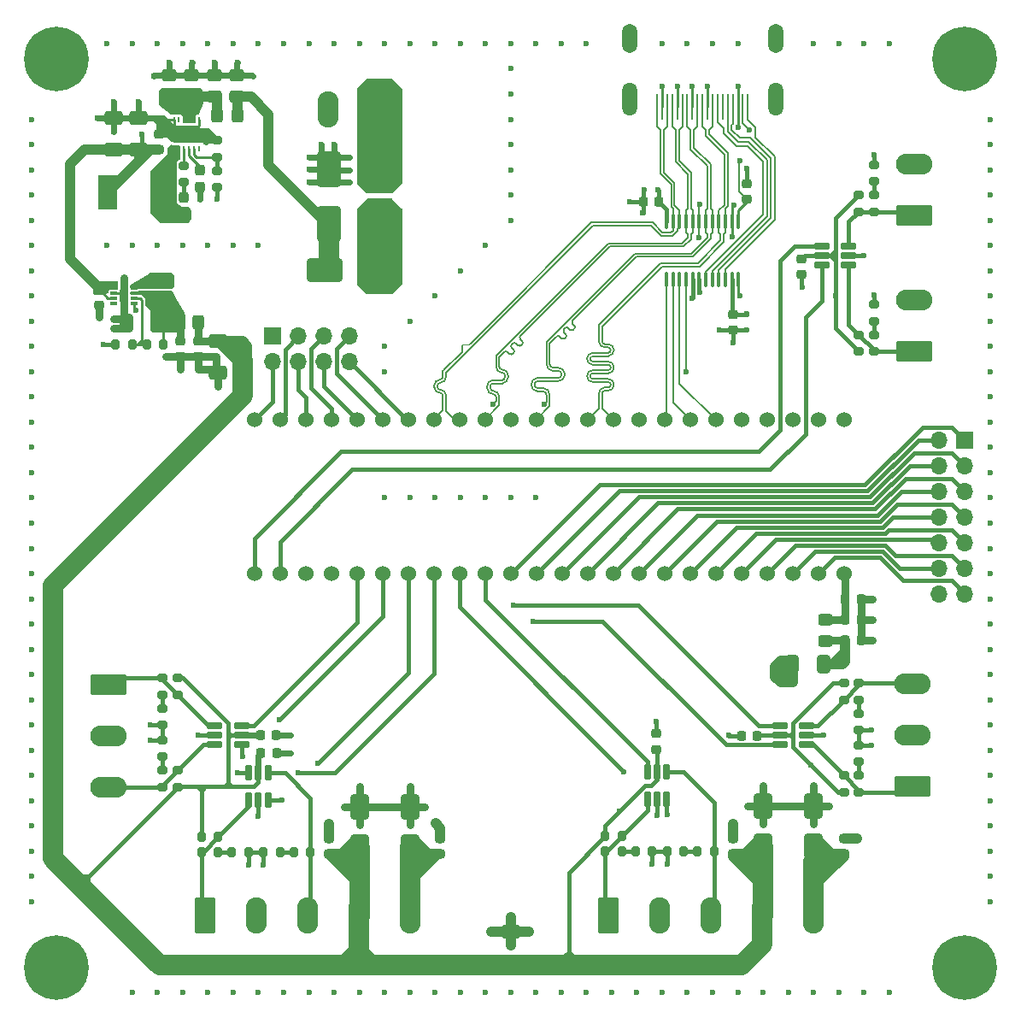
<source format=gbr>
%TF.GenerationSoftware,KiCad,Pcbnew,8.0.4*%
%TF.CreationDate,2024-09-25T08:20:50+02:00*%
%TF.ProjectId,pong_pcb,706f6e67-5f70-4636-922e-6b696361645f,rev?*%
%TF.SameCoordinates,Original*%
%TF.FileFunction,Copper,L1,Top*%
%TF.FilePolarity,Positive*%
%FSLAX46Y46*%
G04 Gerber Fmt 4.6, Leading zero omitted, Abs format (unit mm)*
G04 Created by KiCad (PCBNEW 8.0.4) date 2024-09-25 08:20:50*
%MOMM*%
%LPD*%
G01*
G04 APERTURE LIST*
G04 Aperture macros list*
%AMRoundRect*
0 Rectangle with rounded corners*
0 $1 Rounding radius*
0 $2 $3 $4 $5 $6 $7 $8 $9 X,Y pos of 4 corners*
0 Add a 4 corners polygon primitive as box body*
4,1,4,$2,$3,$4,$5,$6,$7,$8,$9,$2,$3,0*
0 Add four circle primitives for the rounded corners*
1,1,$1+$1,$2,$3*
1,1,$1+$1,$4,$5*
1,1,$1+$1,$6,$7*
1,1,$1+$1,$8,$9*
0 Add four rect primitives between the rounded corners*
20,1,$1+$1,$2,$3,$4,$5,0*
20,1,$1+$1,$4,$5,$6,$7,0*
20,1,$1+$1,$6,$7,$8,$9,0*
20,1,$1+$1,$8,$9,$2,$3,0*%
G04 Aperture macros list end*
%TA.AperFunction,SMDPad,CuDef*%
%ADD10RoundRect,0.200000X-0.200000X-0.275000X0.200000X-0.275000X0.200000X0.275000X-0.200000X0.275000X0*%
%TD*%
%TA.AperFunction,SMDPad,CuDef*%
%ADD11RoundRect,0.225000X0.250000X-0.225000X0.250000X0.225000X-0.250000X0.225000X-0.250000X-0.225000X0*%
%TD*%
%TA.AperFunction,SMDPad,CuDef*%
%ADD12RoundRect,0.250000X0.650000X-1.000000X0.650000X1.000000X-0.650000X1.000000X-0.650000X-1.000000X0*%
%TD*%
%TA.AperFunction,SMDPad,CuDef*%
%ADD13RoundRect,0.225000X0.225000X0.250000X-0.225000X0.250000X-0.225000X-0.250000X0.225000X-0.250000X0*%
%TD*%
%TA.AperFunction,SMDPad,CuDef*%
%ADD14RoundRect,0.200000X0.200000X0.275000X-0.200000X0.275000X-0.200000X-0.275000X0.200000X-0.275000X0*%
%TD*%
%TA.AperFunction,SMDPad,CuDef*%
%ADD15RoundRect,0.225000X-0.250000X0.225000X-0.250000X-0.225000X0.250000X-0.225000X0.250000X0.225000X0*%
%TD*%
%TA.AperFunction,SMDPad,CuDef*%
%ADD16RoundRect,0.200000X-0.275000X0.200000X-0.275000X-0.200000X0.275000X-0.200000X0.275000X0.200000X0*%
%TD*%
%TA.AperFunction,ComponentPad*%
%ADD17C,0.800000*%
%TD*%
%TA.AperFunction,ComponentPad*%
%ADD18C,6.400000*%
%TD*%
%TA.AperFunction,SMDPad,CuDef*%
%ADD19R,0.280000X2.600000*%
%TD*%
%TA.AperFunction,ComponentPad*%
%ADD20O,1.500000X3.300000*%
%TD*%
%TA.AperFunction,ComponentPad*%
%ADD21O,1.500000X2.890000*%
%TD*%
%TA.AperFunction,SMDPad,CuDef*%
%ADD22RoundRect,0.250000X0.475000X-0.337500X0.475000X0.337500X-0.475000X0.337500X-0.475000X-0.337500X0*%
%TD*%
%TA.AperFunction,SMDPad,CuDef*%
%ADD23R,1.850000X3.400000*%
%TD*%
%TA.AperFunction,SMDPad,CuDef*%
%ADD24R,2.950000X1.680000*%
%TD*%
%TA.AperFunction,SMDPad,CuDef*%
%ADD25RoundRect,0.200000X0.275000X-0.200000X0.275000X0.200000X-0.275000X0.200000X-0.275000X-0.200000X0*%
%TD*%
%TA.AperFunction,ComponentPad*%
%ADD26R,1.700000X1.700000*%
%TD*%
%TA.AperFunction,ComponentPad*%
%ADD27O,1.700000X1.700000*%
%TD*%
%TA.AperFunction,SMDPad,CuDef*%
%ADD28RoundRect,0.225000X-0.225000X-0.250000X0.225000X-0.250000X0.225000X0.250000X-0.225000X0.250000X0*%
%TD*%
%TA.AperFunction,SMDPad,CuDef*%
%ADD29RoundRect,0.250000X0.412500X0.650000X-0.412500X0.650000X-0.412500X-0.650000X0.412500X-0.650000X0*%
%TD*%
%TA.AperFunction,SMDPad,CuDef*%
%ADD30RoundRect,0.250000X0.325000X0.450000X-0.325000X0.450000X-0.325000X-0.450000X0.325000X-0.450000X0*%
%TD*%
%TA.AperFunction,SMDPad,CuDef*%
%ADD31RoundRect,0.162500X-0.617500X-0.162500X0.617500X-0.162500X0.617500X0.162500X-0.617500X0.162500X0*%
%TD*%
%TA.AperFunction,SMDPad,CuDef*%
%ADD32RoundRect,0.237500X0.237500X-0.300000X0.237500X0.300000X-0.237500X0.300000X-0.237500X-0.300000X0*%
%TD*%
%TA.AperFunction,SMDPad,CuDef*%
%ADD33RoundRect,0.250000X0.650000X-0.412500X0.650000X0.412500X-0.650000X0.412500X-0.650000X-0.412500X0*%
%TD*%
%TA.AperFunction,SMDPad,CuDef*%
%ADD34RoundRect,0.162500X0.617500X0.162500X-0.617500X0.162500X-0.617500X-0.162500X0.617500X-0.162500X0*%
%TD*%
%TA.AperFunction,ComponentPad*%
%ADD35RoundRect,0.249999X1.550001X-0.790001X1.550001X0.790001X-1.550001X0.790001X-1.550001X-0.790001X0*%
%TD*%
%TA.AperFunction,ComponentPad*%
%ADD36O,3.600000X2.080000*%
%TD*%
%TA.AperFunction,ComponentPad*%
%ADD37RoundRect,0.249999X-0.790001X-1.550001X0.790001X-1.550001X0.790001X1.550001X-0.790001X1.550001X0*%
%TD*%
%TA.AperFunction,ComponentPad*%
%ADD38O,2.080000X3.600000*%
%TD*%
%TA.AperFunction,SMDPad,CuDef*%
%ADD39RoundRect,0.162500X0.162500X-0.617500X0.162500X0.617500X-0.162500X0.617500X-0.162500X-0.617500X0*%
%TD*%
%TA.AperFunction,SMDPad,CuDef*%
%ADD40R,0.250000X0.530000*%
%TD*%
%TA.AperFunction,SMDPad,CuDef*%
%ADD41R,2.500000X1.700000*%
%TD*%
%TA.AperFunction,ComponentPad*%
%ADD42C,1.524000*%
%TD*%
%TA.AperFunction,SMDPad,CuDef*%
%ADD43RoundRect,0.250000X-0.325000X-0.450000X0.325000X-0.450000X0.325000X0.450000X-0.325000X0.450000X0*%
%TD*%
%TA.AperFunction,SMDPad,CuDef*%
%ADD44RoundRect,0.250000X-1.500000X-0.900000X1.500000X-0.900000X1.500000X0.900000X-1.500000X0.900000X0*%
%TD*%
%TA.AperFunction,SMDPad,CuDef*%
%ADD45RoundRect,0.237500X-0.237500X0.300000X-0.237500X-0.300000X0.237500X-0.300000X0.237500X0.300000X0*%
%TD*%
%TA.AperFunction,ComponentPad*%
%ADD46RoundRect,0.249999X-1.550001X0.790001X-1.550001X-0.790001X1.550001X-0.790001X1.550001X0.790001X0*%
%TD*%
%TA.AperFunction,SMDPad,CuDef*%
%ADD47RoundRect,0.250000X-0.650000X0.412500X-0.650000X-0.412500X0.650000X-0.412500X0.650000X0.412500X0*%
%TD*%
%TA.AperFunction,SMDPad,CuDef*%
%ADD48R,0.750000X0.300000*%
%TD*%
%TA.AperFunction,SMDPad,CuDef*%
%ADD49R,0.900000X1.300000*%
%TD*%
%TA.AperFunction,SMDPad,CuDef*%
%ADD50RoundRect,0.250000X-0.850000X0.375000X-0.850000X-0.375000X0.850000X-0.375000X0.850000X0.375000X0*%
%TD*%
%TA.AperFunction,SMDPad,CuDef*%
%ADD51RoundRect,0.250000X0.450000X-0.325000X0.450000X0.325000X-0.450000X0.325000X-0.450000X-0.325000X0*%
%TD*%
%TA.AperFunction,SMDPad,CuDef*%
%ADD52RoundRect,0.250000X0.900000X-1.500000X0.900000X1.500000X-0.900000X1.500000X-0.900000X-1.500000X0*%
%TD*%
%TA.AperFunction,ComponentPad*%
%ADD53RoundRect,0.249999X0.790001X1.550001X-0.790001X1.550001X-0.790001X-1.550001X0.790001X-1.550001X0*%
%TD*%
%TA.AperFunction,SMDPad,CuDef*%
%ADD54RoundRect,0.100000X0.100000X-0.637500X0.100000X0.637500X-0.100000X0.637500X-0.100000X-0.637500X0*%
%TD*%
%TA.AperFunction,ViaPad*%
%ADD55C,0.600000*%
%TD*%
%TA.AperFunction,Conductor*%
%ADD56C,0.400000*%
%TD*%
%TA.AperFunction,Conductor*%
%ADD57C,0.600000*%
%TD*%
%TA.AperFunction,Conductor*%
%ADD58C,0.800000*%
%TD*%
%TA.AperFunction,Conductor*%
%ADD59C,0.250000*%
%TD*%
%TA.AperFunction,Conductor*%
%ADD60C,1.000000*%
%TD*%
%TA.AperFunction,Conductor*%
%ADD61C,0.200000*%
%TD*%
%TA.AperFunction,Conductor*%
%ADD62C,2.000000*%
%TD*%
%TA.AperFunction,Conductor*%
%ADD63C,0.130000*%
%TD*%
G04 APERTURE END LIST*
D10*
%TO.P,R17,1*%
%TO.N,+3.3V*%
X119350000Y-126000000D03*
%TO.P,R17,2*%
%TO.N,/SignalBuffer/Echo2*%
X121000000Y-126000000D03*
%TD*%
D11*
%TO.P,C23,1*%
%TO.N,+5V*%
X103000000Y-127775000D03*
%TO.P,C23,2*%
%TO.N,GND*%
X103000000Y-126225000D03*
%TD*%
D12*
%TO.P,D5,1,A1*%
%TO.N,+3.3V*%
X135000000Y-127000000D03*
%TO.P,D5,2,A2*%
%TO.N,GND*%
X135000000Y-123000000D03*
%TD*%
D13*
%TO.P,C11,1*%
%TO.N,+3.3V*%
X124700000Y-63200000D03*
%TO.P,C11,2*%
%TO.N,GND*%
X123150000Y-63200000D03*
%TD*%
D14*
%TO.P,R5,1*%
%TO.N,/3v3-PSU/FB_3.3v*%
X72495000Y-77315000D03*
%TO.P,R5,2*%
%TO.N,GND*%
X70845000Y-77315000D03*
%TD*%
D15*
%TO.P,C20,1*%
%TO.N,+3.3V*%
X79000000Y-76950000D03*
%TO.P,C20,2*%
%TO.N,GND*%
X79000000Y-78500000D03*
%TD*%
D16*
%TO.P,RV2,1*%
%TO.N,Net-(R12-Pad2)*%
X75500000Y-113350000D03*
%TO.P,RV2,2*%
%TO.N,GND*%
X75500000Y-115000000D03*
%TD*%
D12*
%TO.P,D4,1,A1*%
%TO.N,+5V*%
X100000000Y-127080000D03*
%TO.P,D4,2,A2*%
%TO.N,GND*%
X100000000Y-123080000D03*
%TD*%
D17*
%TO.P,H4,1,1*%
%TO.N,GND*%
X152600000Y-139000000D03*
X153302944Y-137302944D03*
X153302944Y-140697056D03*
X155000000Y-136600000D03*
D18*
X155000000Y-139000000D03*
D17*
X155000000Y-141400000D03*
X156697056Y-137302944D03*
X156697056Y-140697056D03*
X157400000Y-139000000D03*
%TD*%
D12*
%TO.P,D3,1,A1*%
%TO.N,+3.3V*%
X95000000Y-127080000D03*
%TO.P,D3,2,A2*%
%TO.N,GND*%
X95000000Y-123080000D03*
%TD*%
D19*
%TO.P,J2,1,D2+*%
%TO.N,Hdmi_out_data_2+*%
X124502956Y-53800000D03*
%TO.P,J2,2,D2S*%
%TO.N,GND*%
X125000000Y-53800000D03*
%TO.P,J2,3,D2-*%
%TO.N,Hdmi_out_data_2-*%
X125500000Y-53800000D03*
%TO.P,J2,4,D1+*%
%TO.N,Hdmi_out_data_1+*%
X126000000Y-53800000D03*
%TO.P,J2,5,D1S*%
%TO.N,GND*%
X126500000Y-53800000D03*
%TO.P,J2,6,D1-*%
%TO.N,Hdmi_out_data_1-*%
X127002956Y-53800000D03*
%TO.P,J2,7,D0+*%
%TO.N,Hdmi_out_data_0+*%
X127500000Y-53800000D03*
%TO.P,J2,8,D0S*%
%TO.N,GND*%
X128000000Y-53800000D03*
%TO.P,J2,9,D0-*%
%TO.N,Hdmi_out_data_0-*%
X128500000Y-53800000D03*
%TO.P,J2,10,CK+*%
%TO.N,Hdmi_out_clk+*%
X129000000Y-53800000D03*
%TO.P,J2,11,CKS*%
%TO.N,GND*%
X129502956Y-53800000D03*
%TO.P,J2,12,CK-*%
%TO.N,Hdmi_out_clk-*%
X130000000Y-53800000D03*
%TO.P,J2,13,CEC*%
%TO.N,/FPGA_HDMI/CEC*%
X130500000Y-53800000D03*
%TO.P,J2,14,UTILITY*%
%TO.N,unconnected-(J2-UTILITY-Pad14)*%
X131000000Y-53800000D03*
%TO.P,J2,15,SCL*%
%TO.N,/FPGA_HDMI/DDC_CLK*%
X131500000Y-53800000D03*
%TO.P,J2,16,SDA*%
%TO.N,/FPGA_HDMI/DDC_SDA*%
X132002956Y-53800000D03*
%TO.P,J2,17,GND*%
%TO.N,GND*%
X132500000Y-53800000D03*
%TO.P,J2,18,+5V*%
%TO.N,/FPGA_HDMI/HDMI_5v*%
X133000000Y-53800000D03*
%TO.P,J2,19,HPD*%
%TO.N,/FPGA_HDMI/HPD*%
X133500000Y-53800000D03*
D20*
%TO.P,J2,SH,SH*%
%TO.N,GND*%
X136250000Y-53000000D03*
D21*
X136250000Y-47000000D03*
D20*
X121750000Y-53000000D03*
D21*
X121750000Y-47000000D03*
%TD*%
D22*
%TO.P,C2,1*%
%TO.N,/5v-PSU/v-in*%
X82875000Y-52750000D03*
%TO.P,C2,2*%
%TO.N,GND*%
X82875000Y-50675000D03*
%TD*%
D16*
%TO.P,R2,1*%
%TO.N,Net-(U1-BOOT)*%
X77625000Y-59600000D03*
%TO.P,R2,2*%
%TO.N,Net-(C1-Pad2)*%
X77625000Y-61250000D03*
%TD*%
D10*
%TO.P,RV7,1*%
%TO.N,Net-(R20-Pad2)*%
X82350000Y-127580000D03*
%TO.P,RV7,2*%
%TO.N,GND*%
X84000000Y-127580000D03*
%TD*%
D11*
%TO.P,C22,1*%
%TO.N,+3.3V*%
X92000000Y-127775000D03*
%TO.P,C22,2*%
%TO.N,GND*%
X92000000Y-126225000D03*
%TD*%
%TO.P,C24,1*%
%TO.N,+3.3V*%
X132000000Y-127775000D03*
%TO.P,C24,2*%
%TO.N,GND*%
X132000000Y-126225000D03*
%TD*%
D23*
%TO.P,L1,1*%
%TO.N,/5v-PSU/SW_5V*%
X75625000Y-62250000D03*
%TO.P,L1,2*%
%TO.N,+5V*%
X70075000Y-62250000D03*
%TD*%
D24*
%TO.P,F1,1*%
%TO.N,/power_in*%
X97000000Y-60170000D03*
%TO.P,F1,2*%
%TO.N,/power_fused*%
X97000000Y-64950000D03*
%TD*%
D25*
%TO.P,R15,1*%
%TO.N,/SignalBuffer/ControllerSelect*%
X146000000Y-78000000D03*
%TO.P,R15,2*%
%TO.N,Net-(R15-Pad2)*%
X146000000Y-76350000D03*
%TD*%
D26*
%TO.P,J11,1,Pin_1*%
%TO.N,GND*%
X86380000Y-76500000D03*
D27*
%TO.P,J11,2,Pin_2*%
%TO.N,Net-(J11-Pin_2)*%
X86380000Y-79040000D03*
%TO.P,J11,3,Pin_3*%
%TO.N,Net-(J11-Pin_3)*%
X88920000Y-76500000D03*
%TO.P,J11,4,Pin_4*%
%TO.N,Net-(J11-Pin_4)*%
X88920000Y-79040000D03*
%TO.P,J11,5,Pin_5*%
%TO.N,Net-(J11-Pin_5)*%
X91460000Y-76500000D03*
%TO.P,J11,6,Pin_6*%
%TO.N,Net-(J11-Pin_6)*%
X91460000Y-79040000D03*
%TO.P,J11,7,Pin_7*%
%TO.N,Net-(J11-Pin_7)*%
X94000000Y-76500000D03*
%TO.P,J11,8,Pin_8*%
%TO.N,Net-(J11-Pin_8)*%
X94000000Y-79040000D03*
%TD*%
D11*
%TO.P,C30,1*%
%TO.N,+3.3V*%
X124450000Y-117400000D03*
%TO.P,C30,2*%
%TO.N,GND*%
X124450000Y-115850000D03*
%TD*%
D28*
%TO.P,C27,1*%
%TO.N,+3.3V*%
X85225000Y-116000000D03*
%TO.P,C27,2*%
%TO.N,GND*%
X86775000Y-116000000D03*
%TD*%
D29*
%TO.P,C13,1*%
%TO.N,+5V*%
X141000000Y-109000000D03*
%TO.P,C13,2*%
%TO.N,GND*%
X137875000Y-109000000D03*
%TD*%
D30*
%TO.P,L2,1,1*%
%TO.N,/5v-PSU/v-in*%
X82957500Y-54605000D03*
%TO.P,L2,2,2*%
%TO.N,/5v-PSU/V-in_filtered*%
X80907500Y-54605000D03*
%TD*%
D25*
%TO.P,RV5,1*%
%TO.N,Net-(R15-Pad2)*%
X146000000Y-75000000D03*
%TO.P,RV5,2*%
%TO.N,GND*%
X146000000Y-73350000D03*
%TD*%
D31*
%TO.P,U5,1*%
%TO.N,/SignalBuffer/ButtonUp1*%
X80650000Y-115050000D03*
%TO.P,U5,2,GND*%
%TO.N,GND*%
X80650000Y-116000000D03*
%TO.P,U5,3*%
%TO.N,/SignalBuffer/ButtonDown1*%
X80650000Y-116950000D03*
%TO.P,U5,4*%
%TO.N,/FPGA_HDMI/BTN_down_r*%
X83350000Y-116950000D03*
%TO.P,U5,5,VCC*%
%TO.N,+3.3V*%
X83350000Y-116000000D03*
%TO.P,U5,6*%
%TO.N,/FPGA_HDMI/BTN_up_r*%
X83350000Y-115050000D03*
%TD*%
D16*
%TO.P,R7,1*%
%TO.N,+3.3V*%
X77000000Y-110350000D03*
%TO.P,R7,2*%
%TO.N,/SignalBuffer/ButtonUp1*%
X77000000Y-112000000D03*
%TD*%
D32*
%TO.P,C1,1*%
%TO.N,/5v-PSU/SW_5V*%
X77625000Y-64500000D03*
%TO.P,C1,2*%
%TO.N,Net-(C1-Pad2)*%
X77625000Y-62775000D03*
%TD*%
D28*
%TO.P,C15,1*%
%TO.N,VU*%
X143150000Y-102570000D03*
%TO.P,C15,2*%
%TO.N,GND*%
X144700000Y-102570000D03*
%TD*%
D33*
%TO.P,C8,1*%
%TO.N,+5V*%
X73125000Y-58000000D03*
%TO.P,C8,2*%
%TO.N,GND*%
X73125000Y-54875000D03*
%TD*%
D14*
%TO.P,R21,1*%
%TO.N,/SignalBuffer/Trigger2_buffered*%
X130150000Y-127500000D03*
%TO.P,R21,2*%
%TO.N,Net-(R21-Pad2)*%
X128500000Y-127500000D03*
%TD*%
D34*
%TO.P,U9,1*%
%TO.N,/SignalBuffer/ControllerSelect*%
X143500000Y-69450000D03*
%TO.P,U9,2,GND*%
%TO.N,GND*%
X143500000Y-68500000D03*
%TO.P,U9,3*%
%TO.N,/SignalBuffer/GameReset*%
X143500000Y-67550000D03*
%TO.P,U9,4*%
%TO.N,/FPGA_HDMI/GameReset*%
X140800000Y-67550000D03*
%TO.P,U9,5,VCC*%
%TO.N,+3.3V*%
X140800000Y-68500000D03*
%TO.P,U9,6*%
%TO.N,/FPGA_HDMI/Controller_switch*%
X140800000Y-69450000D03*
%TD*%
D28*
%TO.P,C29,1*%
%TO.N,+3.3V*%
X85250000Y-117750000D03*
%TO.P,C29,2*%
%TO.N,GND*%
X86800000Y-117750000D03*
%TD*%
D35*
%TO.P,J4,1,Pin_1*%
%TO.N,/SignalBuffer/ButtonUp2*%
X149822500Y-121080000D03*
D36*
%TO.P,J4,2,Pin_2*%
%TO.N,GND*%
X149822500Y-116000000D03*
%TO.P,J4,3,Pin_3*%
%TO.N,/SignalBuffer/ButtonDown2*%
X149822500Y-110920000D03*
%TD*%
D10*
%TO.P,R22,1*%
%TO.N,/SignalBuffer/Echo2*%
X119350000Y-127500000D03*
%TO.P,R22,2*%
%TO.N,Net-(R22-Pad2)*%
X121000000Y-127500000D03*
%TD*%
D37*
%TO.P,J7,1,Pin_1*%
%TO.N,/SignalBuffer/Echo2*%
X119640000Y-133822500D03*
D38*
%TO.P,J7,2,Pin_2*%
%TO.N,GND*%
X124720000Y-133822500D03*
%TO.P,J7,3,Pin_3*%
%TO.N,/SignalBuffer/Trigger2_buffered*%
X129800000Y-133822500D03*
%TO.P,J7,4,Pin_4*%
%TO.N,+3.3V*%
X134880000Y-133822500D03*
%TO.P,J7,5,Pin_5*%
%TO.N,+5V*%
X139960000Y-133822500D03*
%TD*%
D22*
%TO.P,C5,1*%
%TO.N,/5v-PSU/V-in_filtered*%
X78375000Y-52750000D03*
%TO.P,C5,2*%
%TO.N,GND*%
X78375000Y-50675000D03*
%TD*%
D25*
%TO.P,R6,1*%
%TO.N,+3.3V*%
X77000000Y-121150000D03*
%TO.P,R6,2*%
%TO.N,/SignalBuffer/ButtonDown1*%
X77000000Y-119500000D03*
%TD*%
D28*
%TO.P,C14,1*%
%TO.N,+5V*%
X143150000Y-106600000D03*
%TO.P,C14,2*%
%TO.N,GND*%
X144700000Y-106600000D03*
%TD*%
D15*
%TO.P,C31,1*%
%TO.N,+3.3V*%
X138800000Y-68850000D03*
%TO.P,C31,2*%
%TO.N,GND*%
X138800000Y-70400000D03*
%TD*%
D35*
%TO.P,J5,1,Pin_1*%
%TO.N,/SignalBuffer/ControllerSelect*%
X149972500Y-78000000D03*
D36*
%TO.P,J5,2,Pin_2*%
%TO.N,GND*%
X149972500Y-72920000D03*
%TD*%
D16*
%TO.P,R3,1*%
%TO.N,GND*%
X80855000Y-57100000D03*
%TO.P,R3,2*%
%TO.N,/5v-PSU/FB_5V*%
X80855000Y-58750000D03*
%TD*%
D33*
%TO.P,C26,1*%
%TO.N,+3.3V*%
X110000000Y-138625000D03*
%TO.P,C26,2*%
%TO.N,GND*%
X110000000Y-135500000D03*
%TD*%
D10*
%TO.P,R20,1*%
%TO.N,/SignalBuffer/Echo1*%
X79350000Y-127580000D03*
%TO.P,R20,2*%
%TO.N,Net-(R20-Pad2)*%
X81000000Y-127580000D03*
%TD*%
D28*
%TO.P,C16,1*%
%TO.N,VU*%
X143150000Y-104570000D03*
%TO.P,C16,2*%
%TO.N,GND*%
X144700000Y-104570000D03*
%TD*%
D14*
%TO.P,R4,1*%
%TO.N,/3v3-PSU/3.3v_unfilterd*%
X75570000Y-77315000D03*
%TO.P,R4,2*%
%TO.N,/3v3-PSU/FB_3.3v*%
X73920000Y-77315000D03*
%TD*%
D15*
%TO.P,C19,1*%
%TO.N,/3v3-PSU/3.3v_unfilterd*%
X77220000Y-76950000D03*
%TO.P,C19,2*%
%TO.N,GND*%
X77220000Y-78500000D03*
%TD*%
D16*
%TO.P,R13,1*%
%TO.N,/SignalBuffer/ButtonDown2*%
X144500000Y-110850000D03*
%TO.P,R13,2*%
%TO.N,Net-(R13-Pad2)*%
X144500000Y-112500000D03*
%TD*%
D14*
%TO.P,RV8,1*%
%TO.N,Net-(R21-Pad2)*%
X127150000Y-127500000D03*
%TO.P,RV8,2*%
%TO.N,GND*%
X125500000Y-127500000D03*
%TD*%
D16*
%TO.P,R12,1*%
%TO.N,/SignalBuffer/ButtonUp1*%
X75500000Y-110350000D03*
%TO.P,R12,2*%
%TO.N,Net-(R12-Pad2)*%
X75500000Y-112000000D03*
%TD*%
D14*
%TO.P,R19,1*%
%TO.N,/SignalBuffer/Trigger1_buffered*%
X90150000Y-127580000D03*
%TO.P,R19,2*%
%TO.N,Net-(R19-Pad2)*%
X88500000Y-127580000D03*
%TD*%
D13*
%TO.P,C28,1*%
%TO.N,+3.3V*%
X134400000Y-116050000D03*
%TO.P,C28,2*%
%TO.N,GND*%
X132850000Y-116050000D03*
%TD*%
D39*
%TO.P,U8,1*%
%TO.N,/SignalBuffer/Echo2*%
X123550000Y-122350000D03*
%TO.P,U8,2,GND*%
%TO.N,GND*%
X124500000Y-122350000D03*
%TO.P,U8,3*%
%TO.N,/FPGA_HDMI/Trigger_r*%
X125450000Y-122350000D03*
%TO.P,U8,4*%
%TO.N,/SignalBuffer/Trigger2_buffered*%
X125450000Y-119650000D03*
%TO.P,U8,5,VCC*%
%TO.N,+3.3V*%
X124500000Y-119650000D03*
%TO.P,U8,6*%
%TO.N,/FPGA_HDMI/Sensor_r*%
X123550000Y-119650000D03*
%TD*%
D25*
%TO.P,RV10,1*%
%TO.N,Net-(R23-Pad2)*%
X146000000Y-61150000D03*
%TO.P,RV10,2*%
%TO.N,GND*%
X146000000Y-59500000D03*
%TD*%
D22*
%TO.P,C4,1*%
%TO.N,/5v-PSU/V-in_filtered*%
X76125000Y-52750000D03*
%TO.P,C4,2*%
%TO.N,GND*%
X76125000Y-50675000D03*
%TD*%
D11*
%TO.P,C12,1*%
%TO.N,/FPGA_HDMI/HDMI_5v*%
X133400000Y-62900000D03*
%TO.P,C12,2*%
%TO.N,GND*%
X133400000Y-61350000D03*
%TD*%
D33*
%TO.P,C7,1*%
%TO.N,+5V*%
X70625000Y-58000000D03*
%TO.P,C7,2*%
%TO.N,GND*%
X70625000Y-54875000D03*
%TD*%
D25*
%TO.P,RV4,1*%
%TO.N,Net-(R14-Pad2)*%
X144500000Y-118650000D03*
%TO.P,RV4,2*%
%TO.N,GND*%
X144500000Y-117000000D03*
%TD*%
D17*
%TO.P,H2,1,1*%
%TO.N,GND*%
X152600000Y-49000000D03*
X153302944Y-47302944D03*
X153302944Y-50697056D03*
X155000000Y-46600000D03*
D18*
X155000000Y-49000000D03*
D17*
X155000000Y-51400000D03*
X156697056Y-47302944D03*
X156697056Y-50697056D03*
X157400000Y-49000000D03*
%TD*%
D25*
%TO.P,RV1,1*%
%TO.N,Net-(R11-Pad2)*%
X75500000Y-118150000D03*
%TO.P,RV1,2*%
%TO.N,GND*%
X75500000Y-116500000D03*
%TD*%
D29*
%TO.P,C18,1*%
%TO.N,/3v3-PSU/3.3v_unfilterd*%
X75065000Y-75217500D03*
%TO.P,C18,2*%
%TO.N,GND*%
X71940000Y-75217500D03*
%TD*%
D26*
%TO.P,J9,1,Pin_1*%
%TO.N,Net-(J9-Pin_1)*%
X155000000Y-86760000D03*
D27*
%TO.P,J9,2,Pin_2*%
%TO.N,Net-(J9-Pin_2)*%
X152460000Y-86760000D03*
%TO.P,J9,3,Pin_3*%
%TO.N,Net-(J9-Pin_3)*%
X155000000Y-89300000D03*
%TO.P,J9,4,Pin_4*%
%TO.N,Net-(J9-Pin_4)*%
X152460000Y-89300000D03*
%TO.P,J9,5,Pin_5*%
%TO.N,Net-(J9-Pin_5)*%
X155000000Y-91840000D03*
%TO.P,J9,6,Pin_6*%
%TO.N,Net-(J9-Pin_6)*%
X152460000Y-91840000D03*
%TO.P,J9,7,Pin_7*%
%TO.N,Net-(J9-Pin_7)*%
X155000000Y-94380000D03*
%TO.P,J9,8,Pin_8*%
%TO.N,Net-(J9-Pin_8)*%
X152460000Y-94380000D03*
%TO.P,J9,9,Pin_9*%
%TO.N,Net-(J9-Pin_9)*%
X155000000Y-96920000D03*
%TO.P,J9,10,Pin_10*%
%TO.N,Net-(J9-Pin_10)*%
X152460000Y-96920000D03*
%TO.P,J9,11,Pin_11*%
%TO.N,Net-(J9-Pin_11)*%
X155000000Y-99460000D03*
%TO.P,J9,12,Pin_12*%
%TO.N,Net-(J9-Pin_12)*%
X152460000Y-99460000D03*
%TO.P,J9,13,Pin_13*%
%TO.N,Net-(J9-Pin_13)*%
X155000000Y-102000000D03*
%TO.P,J9,14,Pin_14*%
%TO.N,GND*%
X152460000Y-102000000D03*
%TD*%
D40*
%TO.P,U1,1,SW*%
%TO.N,/5v-PSU/SW_5V*%
X76625000Y-57935000D03*
%TO.P,U1,2,SW*%
X77125000Y-57935000D03*
%TO.P,U1,3,BOOT*%
%TO.N,Net-(U1-BOOT)*%
X77625000Y-57935000D03*
%TO.P,U1,4,VCC*%
%TO.N,Net-(U1-VCC)*%
X78125000Y-57935000D03*
%TO.P,U1,5,FB*%
%TO.N,/5v-PSU/FB_5V*%
X78625000Y-57935000D03*
%TO.P,U1,6,PGOOD*%
%TO.N,/5v-PSU/P_GOOD_5V*%
X79125000Y-57935000D03*
%TO.P,U1,7,AGND*%
%TO.N,GND*%
X79125000Y-55065000D03*
%TO.P,U1,8,EN/SYNC*%
%TO.N,/5v-PSU/V-in_filtered*%
X78625000Y-55065000D03*
%TO.P,U1,9,VIN*%
X78125000Y-55065000D03*
%TO.P,U1,10,VIN*%
X77625000Y-55065000D03*
%TO.P,U1,11,NC*%
%TO.N,unconnected-(U1-NC-Pad11)*%
X77125000Y-55065000D03*
%TO.P,U1,12,GND*%
%TO.N,GND*%
X76625000Y-55065000D03*
D41*
%TO.P,U1,13,GND*%
X77875000Y-56500000D03*
%TD*%
D42*
%TO.P,U2,1,pio1*%
%TO.N,/FPGA_HDMI/GameReset*%
X84600000Y-100000000D03*
%TO.P,U2,2,pio2*%
%TO.N,/FPGA_HDMI/Controller_switch*%
X87140000Y-100000000D03*
%TO.P,U2,3,pio3*%
%TO.N,/FPGA_HDMI/BTN_up_l*%
X89680000Y-100000000D03*
%TO.P,U2,4,pio4*%
%TO.N,/FPGA_HDMI/BTN_down_l*%
X92220000Y-100000000D03*
%TO.P,U2,5,pio5*%
%TO.N,/FPGA_HDMI/BTN_up_r*%
X94760000Y-100000000D03*
%TO.P,U2,6,pio6*%
%TO.N,/FPGA_HDMI/BTN_down_r*%
X97300000Y-100000000D03*
%TO.P,U2,7,pio7*%
%TO.N,/FPGA_HDMI/Trigger_l*%
X99840000Y-100000000D03*
%TO.P,U2,8,pio8*%
%TO.N,/FPGA_HDMI/Sensor_l*%
X102380000Y-100000000D03*
%TO.P,U2,9,pio9*%
%TO.N,/FPGA_HDMI/Trigger_r*%
X104920000Y-100000000D03*
%TO.P,U2,10,pio10*%
%TO.N,/FPGA_HDMI/Sensor_r*%
X107460000Y-100000000D03*
%TO.P,U2,11,pio11*%
%TO.N,Net-(J9-Pin_1)*%
X110000000Y-100000000D03*
%TO.P,U2,12,pio12*%
%TO.N,Net-(J9-Pin_2)*%
X112540000Y-100000000D03*
%TO.P,U2,13,pio13*%
%TO.N,Net-(J9-Pin_3)*%
X115080000Y-100000000D03*
%TO.P,U2,14,pio14*%
%TO.N,Net-(J9-Pin_4)*%
X117620000Y-100000000D03*
%TO.P,U2,15,pio15*%
%TO.N,Net-(J9-Pin_5)*%
X120160000Y-100000000D03*
%TO.P,U2,16,pio16*%
%TO.N,Net-(J9-Pin_6)*%
X122700000Y-100000000D03*
%TO.P,U2,17,pio17*%
%TO.N,Net-(J9-Pin_7)*%
X125240000Y-100000000D03*
%TO.P,U2,18,pio18*%
%TO.N,Net-(J9-Pin_8)*%
X127780000Y-100000000D03*
%TO.P,U2,19,pio19*%
%TO.N,Net-(J9-Pin_9)*%
X130320000Y-100000000D03*
%TO.P,U2,20,pio20*%
%TO.N,Net-(J9-Pin_10)*%
X132860000Y-100000000D03*
%TO.P,U2,21,pio21*%
%TO.N,Net-(J9-Pin_11)*%
X135400000Y-100000000D03*
%TO.P,U2,22,pio22*%
%TO.N,Net-(J9-Pin_12)*%
X137940000Y-100000000D03*
%TO.P,U2,23,pio23*%
%TO.N,Net-(J9-Pin_13)*%
X140480000Y-100000000D03*
%TO.P,U2,24,VU*%
%TO.N,VU*%
X143020000Y-100000000D03*
%TO.P,U2,25,GND*%
%TO.N,GND*%
X143020000Y-84760000D03*
%TO.P,U2,26,pio26*%
%TO.N,unconnected-(U2-pio26-Pad26)*%
X140480000Y-84760000D03*
%TO.P,U2,27,pio27*%
%TO.N,unconnected-(U2-pio27-Pad27)*%
X137940000Y-84760000D03*
%TO.P,U2,28,pio28*%
%TO.N,unconnected-(U2-pio28-Pad28)*%
X135400000Y-84760000D03*
%TO.P,U2,29,pio29*%
%TO.N,unconnected-(U2-pio29-Pad29)*%
X132860000Y-84760000D03*
%TO.P,U2,30,pio30*%
%TO.N,Hdmil_DDC_data*%
X130320000Y-84760000D03*
%TO.P,U2,31,pio31*%
%TO.N,Hdmi_DDC_dlk*%
X127780000Y-84760000D03*
%TO.P,U2,32,pio32*%
%TO.N,Hdmi_CEC*%
X125240000Y-84760000D03*
%TO.P,U2,33,pio33*%
%TO.N,Hdmi_out_hpd*%
X122700000Y-84760000D03*
%TO.P,U2,34,pio34*%
%TO.N,Hdmi_out_clk-*%
X120160000Y-84760000D03*
%TO.P,U2,35,pio35*%
%TO.N,Hdmi_out_clk+*%
X117620000Y-84760000D03*
%TO.P,U2,36,pio36*%
%TO.N,Hdmi_out_data_0+*%
X115080000Y-84760000D03*
%TO.P,U2,37,pio37*%
%TO.N,Hdmi_out_data_0-*%
X112540000Y-84760000D03*
%TO.P,U2,38,pio38*%
%TO.N,Hdmi_out_data_1+*%
X110000000Y-84760000D03*
%TO.P,U2,39,pio39*%
%TO.N,Hdmi_out_data_1-*%
X107460000Y-84760000D03*
%TO.P,U2,40,pio40*%
%TO.N,Hdmi_out_data_2-*%
X104920000Y-84760000D03*
%TO.P,U2,41,pio41*%
%TO.N,Hdmi_out_data_2+*%
X102380000Y-84760000D03*
%TO.P,U2,42,pio42*%
%TO.N,Net-(J11-Pin_8)*%
X99840000Y-84760000D03*
%TO.P,U2,43,pio43*%
%TO.N,Net-(J11-Pin_7)*%
X97300000Y-84760000D03*
%TO.P,U2,44,pio44*%
%TO.N,Net-(J11-Pin_6)*%
X94760000Y-84760000D03*
%TO.P,U2,45,pio45*%
%TO.N,Net-(J11-Pin_5)*%
X92220000Y-84760000D03*
%TO.P,U2,46,pio46*%
%TO.N,Net-(J11-Pin_4)*%
X89680000Y-84760000D03*
%TO.P,U2,47,pio47*%
%TO.N,Net-(J11-Pin_3)*%
X87140000Y-84760000D03*
%TO.P,U2,48,pio48*%
%TO.N,Net-(J11-Pin_2)*%
X84600000Y-84760000D03*
%TD*%
D14*
%TO.P,RV6,1*%
%TO.N,Net-(R19-Pad2)*%
X87150000Y-127580000D03*
%TO.P,RV6,2*%
%TO.N,GND*%
X85500000Y-127580000D03*
%TD*%
D43*
%TO.P,L5,1,1*%
%TO.N,/3v3-PSU/3.3v_unfilterd*%
X76970000Y-75115000D03*
%TO.P,L5,2,2*%
%TO.N,+3.3V*%
X79020000Y-75115000D03*
%TD*%
D16*
%TO.P,R18,1*%
%TO.N,+3.3V*%
X144500000Y-62500000D03*
%TO.P,R18,2*%
%TO.N,/SignalBuffer/GameReset*%
X144500000Y-64150000D03*
%TD*%
D44*
%TO.P,D1,1,K*%
%TO.N,/5v-PSU/v-in*%
X91600000Y-69950000D03*
%TO.P,D1,2,A*%
%TO.N,/power_fused*%
X97000000Y-69950000D03*
%TD*%
D12*
%TO.P,D6,1,A1*%
%TO.N,+5V*%
X140000000Y-127000000D03*
%TO.P,D6,2,A2*%
%TO.N,GND*%
X140000000Y-123000000D03*
%TD*%
D11*
%TO.P,C9,1*%
%TO.N,+5V*%
X75125000Y-58000000D03*
%TO.P,C9,2*%
%TO.N,GND*%
X75125000Y-56450000D03*
%TD*%
D35*
%TO.P,J8,1,Pin_1*%
%TO.N,/SignalBuffer/GameReset*%
X149972500Y-64540000D03*
D36*
%TO.P,J8,2,Pin_2*%
%TO.N,GND*%
X149972500Y-59460000D03*
%TD*%
D25*
%TO.P,R11,1*%
%TO.N,/SignalBuffer/ButtonDown1*%
X75500000Y-121150000D03*
%TO.P,R11,2*%
%TO.N,Net-(R11-Pad2)*%
X75500000Y-119500000D03*
%TD*%
D45*
%TO.P,C6,1*%
%TO.N,Net-(U1-VCC)*%
X79225000Y-60000000D03*
%TO.P,C6,2*%
%TO.N,GND*%
X79225000Y-61725000D03*
%TD*%
D22*
%TO.P,C3,1*%
%TO.N,/5v-PSU/V-in_filtered*%
X80625000Y-52750000D03*
%TO.P,C3,2*%
%TO.N,GND*%
X80625000Y-50675000D03*
%TD*%
D34*
%TO.P,U6,1*%
%TO.N,/SignalBuffer/ButtonUp2*%
X139350000Y-116950000D03*
%TO.P,U6,2,GND*%
%TO.N,GND*%
X139350000Y-116000000D03*
%TO.P,U6,3*%
%TO.N,/SignalBuffer/ButtonDown2*%
X139350000Y-115050000D03*
%TO.P,U6,4*%
%TO.N,/FPGA_HDMI/BTN_down_l*%
X136650000Y-115050000D03*
%TO.P,U6,5,VCC*%
%TO.N,+3.3V*%
X136650000Y-116000000D03*
%TO.P,U6,6*%
%TO.N,/FPGA_HDMI/BTN_up_l*%
X136650000Y-116950000D03*
%TD*%
D10*
%TO.P,RV9,1*%
%TO.N,Net-(R22-Pad2)*%
X122350000Y-127500000D03*
%TO.P,RV9,2*%
%TO.N,GND*%
X124000000Y-127500000D03*
%TD*%
D16*
%TO.P,R1,1*%
%TO.N,/5v-PSU/FB_5V*%
X80875000Y-60100000D03*
%TO.P,R1,2*%
%TO.N,+5V*%
X80875000Y-61750000D03*
%TD*%
D15*
%TO.P,C17,1*%
%TO.N,+5V*%
X69200000Y-71833750D03*
%TO.P,C17,2*%
%TO.N,GND*%
X69200000Y-73383750D03*
%TD*%
D25*
%TO.P,R23,1*%
%TO.N,/SignalBuffer/GameReset*%
X146000000Y-64150000D03*
%TO.P,R23,2*%
%TO.N,Net-(R23-Pad2)*%
X146000000Y-62500000D03*
%TD*%
D37*
%TO.P,J6,1,Pin_1*%
%TO.N,/SignalBuffer/Echo1*%
X79680000Y-133822500D03*
D38*
%TO.P,J6,2,Pin_2*%
%TO.N,GND*%
X84760000Y-133822500D03*
%TO.P,J6,3,Pin_3*%
%TO.N,/SignalBuffer/Trigger1_buffered*%
X89840000Y-133822500D03*
%TO.P,J6,4,Pin_4*%
%TO.N,+3.3V*%
X94920000Y-133822500D03*
%TO.P,J6,5,Pin_5*%
%TO.N,+5V*%
X100000000Y-133822500D03*
%TD*%
D46*
%TO.P,J3,1,Pin_1*%
%TO.N,/SignalBuffer/ButtonUp1*%
X70177500Y-111000000D03*
D36*
%TO.P,J3,2,Pin_2*%
%TO.N,GND*%
X70177500Y-116080000D03*
%TO.P,J3,3,Pin_3*%
%TO.N,/SignalBuffer/ButtonDown1*%
X70177500Y-121160000D03*
%TD*%
D17*
%TO.P,H3,1,1*%
%TO.N,GND*%
X62600000Y-139000000D03*
X63302944Y-137302944D03*
X63302944Y-140697056D03*
X65000000Y-136600000D03*
D18*
X65000000Y-139000000D03*
D17*
X65000000Y-141400000D03*
X66697056Y-137302944D03*
X66697056Y-140697056D03*
X67400000Y-139000000D03*
%TD*%
D11*
%TO.P,C25,1*%
%TO.N,+5V*%
X143000000Y-127775000D03*
%TO.P,C25,2*%
%TO.N,GND*%
X143000000Y-126225000D03*
%TD*%
D25*
%TO.P,R9,1*%
%TO.N,+3.3V*%
X143000000Y-121650000D03*
%TO.P,R9,2*%
%TO.N,/SignalBuffer/ButtonUp2*%
X143000000Y-120000000D03*
%TD*%
D15*
%TO.P,C10,1*%
%TO.N,+5V*%
X131995000Y-74312500D03*
%TO.P,C10,2*%
%TO.N,GND*%
X131995000Y-75862500D03*
%TD*%
D47*
%TO.P,C21,1*%
%TO.N,+3.3V*%
X81000000Y-77000000D03*
%TO.P,C21,2*%
%TO.N,GND*%
X81000000Y-80125000D03*
%TD*%
D48*
%TO.P,U4,1,IN*%
%TO.N,+5V*%
X70690000Y-71717500D03*
%TO.P,U4,2,GND*%
%TO.N,GND*%
X70690000Y-72217500D03*
%TO.P,U4,3,EN*%
%TO.N,+5V*%
X70690000Y-72717500D03*
%TO.P,U4,4,MODE*%
%TO.N,unconnected-(U4-MODE-Pad4)*%
X70690000Y-73217500D03*
%TO.P,U4,5,PGOOD*%
%TO.N,/3v3-PSU/P_GOOD_3v3*%
X72690000Y-73217500D03*
%TO.P,U4,6,FB*%
%TO.N,/3v3-PSU/FB_3.3v*%
X72690000Y-72717500D03*
%TO.P,U4,7,OUTSNS*%
%TO.N,/3v3-PSU/3.3v_unfilterd*%
X72690000Y-72217500D03*
%TO.P,U4,8,LX*%
%TO.N,/3v3-PSU/LX_3.3v*%
X72690000Y-71717500D03*
D49*
%TO.P,U4,9,EP*%
%TO.N,GND*%
X71690000Y-72467500D03*
%TD*%
D16*
%TO.P,R8,1*%
%TO.N,+3.3V*%
X143000000Y-110850000D03*
%TO.P,R8,2*%
%TO.N,/SignalBuffer/ButtonDown2*%
X143000000Y-112500000D03*
%TD*%
D25*
%TO.P,R14,1*%
%TO.N,/SignalBuffer/ButtonUp2*%
X144500000Y-121650000D03*
%TO.P,R14,2*%
%TO.N,Net-(R14-Pad2)*%
X144500000Y-120000000D03*
%TD*%
D50*
%TO.P,L4,1,1*%
%TO.N,/3v3-PSU/LX_3.3v*%
X75440000Y-70967500D03*
%TO.P,L4,2,2*%
%TO.N,/3v3-PSU/3.3v_unfilterd*%
X75440000Y-73117500D03*
%TD*%
D39*
%TO.P,U7,1*%
%TO.N,/SignalBuffer/Echo1*%
X84050000Y-122430000D03*
%TO.P,U7,2,GND*%
%TO.N,GND*%
X85000000Y-122430000D03*
%TO.P,U7,3*%
%TO.N,/FPGA_HDMI/Trigger_l*%
X85950000Y-122430000D03*
%TO.P,U7,4*%
%TO.N,/SignalBuffer/Trigger1_buffered*%
X85950000Y-119730000D03*
%TO.P,U7,5,VCC*%
%TO.N,+3.3V*%
X85000000Y-119730000D03*
%TO.P,U7,6*%
%TO.N,/FPGA_HDMI/Sensor_l*%
X84050000Y-119730000D03*
%TD*%
D25*
%TO.P,R10,1*%
%TO.N,+3.3V*%
X144500000Y-78000000D03*
%TO.P,R10,2*%
%TO.N,/SignalBuffer/ControllerSelect*%
X144500000Y-76350000D03*
%TD*%
D10*
%TO.P,R16,1*%
%TO.N,+3.3V*%
X79350000Y-126080000D03*
%TO.P,R16,2*%
%TO.N,/SignalBuffer/Echo1*%
X81000000Y-126080000D03*
%TD*%
D17*
%TO.P,H1,1,1*%
%TO.N,GND*%
X62600000Y-49000000D03*
X63302944Y-47302944D03*
X63302944Y-50697056D03*
X65000000Y-46600000D03*
D18*
X65000000Y-49000000D03*
D17*
X65000000Y-51400000D03*
X66697056Y-47302944D03*
X66697056Y-50697056D03*
X67400000Y-49000000D03*
%TD*%
D51*
%TO.P,L3,1,1*%
%TO.N,+5V*%
X141150000Y-106650000D03*
%TO.P,L3,2,2*%
%TO.N,VU*%
X141150000Y-104600000D03*
%TD*%
D16*
%TO.P,RV3,1*%
%TO.N,Net-(R13-Pad2)*%
X144500000Y-113850000D03*
%TO.P,RV3,2*%
%TO.N,GND*%
X144500000Y-115500000D03*
%TD*%
D52*
%TO.P,D2,1,A1*%
%TO.N,/5v-PSU/v-in*%
X92000000Y-65350000D03*
%TO.P,D2,2,A2*%
%TO.N,GND*%
X92000000Y-59950000D03*
%TD*%
D53*
%TO.P,J1,1,Pin_1*%
%TO.N,/power_in*%
X97000000Y-54027500D03*
D38*
%TO.P,J1,2,Pin_2*%
%TO.N,GND*%
X91920000Y-54027500D03*
%TD*%
D54*
%TO.P,U3,1,CE_REMOTE_IN*%
%TO.N,Hdmi_CEC*%
X125425000Y-70862500D03*
%TO.P,U3,2,DDC_CLK_IN*%
%TO.N,Hdmi_DDC_dlk*%
X126075000Y-70862500D03*
%TO.P,U3,3,DDC_DAT_IN*%
%TO.N,Hdmil_DDC_data*%
X126725000Y-70862500D03*
%TO.P,U3,4,HOTPLUG_DET_IN*%
%TO.N,Hdmi_out_hpd*%
X127375000Y-70862500D03*
%TO.P,U3,5,LS_OE*%
%TO.N,+3.3V*%
X128025000Y-70862500D03*
%TO.P,U3,6,GND*%
%TO.N,GND*%
X128675000Y-70862500D03*
%TO.P,U3,7,CE_REMOTE_OUT*%
%TO.N,/FPGA_HDMI/CEC*%
X129325000Y-70862500D03*
%TO.P,U3,8,DDC_CLK_OUT*%
%TO.N,/FPGA_HDMI/DDC_CLK*%
X129975000Y-70862500D03*
%TO.P,U3,9,DDC_DAT_OUT*%
%TO.N,/FPGA_HDMI/DDC_SDA*%
X130625000Y-70862500D03*
%TO.P,U3,10,HOTPLUG_DET_OUT*%
%TO.N,/FPGA_HDMI/HPD*%
X131275000Y-70862500D03*
%TO.P,U3,11,5V_SUPPLY*%
%TO.N,+5V*%
X131925000Y-70862500D03*
%TO.P,U3,12,CT_HPD*%
%TO.N,+3.3V*%
X132575000Y-70862500D03*
%TO.P,U3,13,5V_OUT*%
%TO.N,/FPGA_HDMI/HDMI_5v*%
X132575000Y-65137500D03*
%TO.P,U3,14,GND*%
%TO.N,GND*%
X131925000Y-65137500D03*
%TO.P,U3,15,TMDS_CK-*%
%TO.N,Hdmi_out_clk-*%
X131275000Y-65137500D03*
%TO.P,U3,16,TMDS_CK+*%
%TO.N,Hdmi_out_clk+*%
X130625000Y-65137500D03*
%TO.P,U3,17,TMDS_D0-*%
%TO.N,Hdmi_out_data_0-*%
X129975000Y-65137500D03*
%TO.P,U3,18,TMDS_D0+*%
%TO.N,Hdmi_out_data_0+*%
X129325000Y-65137500D03*
%TO.P,U3,19,GND*%
%TO.N,GND*%
X128675000Y-65137500D03*
%TO.P,U3,20,TMDS_D1-*%
%TO.N,Hdmi_out_data_1-*%
X128025000Y-65137500D03*
%TO.P,U3,21,TMDS_D1+*%
%TO.N,Hdmi_out_data_1+*%
X127375000Y-65137500D03*
%TO.P,U3,22,TMDS_D2-*%
%TO.N,Hdmi_out_data_2-*%
X126725000Y-65137500D03*
%TO.P,U3,23,TMDS_D2+*%
%TO.N,Hdmi_out_data_2+*%
X126075000Y-65137500D03*
%TO.P,U3,24,LV_SUPPLY*%
%TO.N,+3.3V*%
X125425000Y-65137500D03*
%TD*%
D55*
%TO.N,GND*%
X85500000Y-128830000D03*
X137500000Y-141500000D03*
X90000000Y-47500000D03*
X107500000Y-141500000D03*
X79225000Y-62900000D03*
X82500000Y-141500000D03*
X107500000Y-67500000D03*
X145750000Y-115500000D03*
X62500000Y-127500000D03*
X73125000Y-53300000D03*
X130700000Y-75900000D03*
X157500000Y-55000000D03*
X137000000Y-110750000D03*
X62500000Y-100000000D03*
X140000000Y-124800000D03*
X110000000Y-57500000D03*
X142500000Y-47500000D03*
X128700000Y-63400000D03*
X76125000Y-56400000D03*
X69025000Y-54900000D03*
X100000000Y-75000000D03*
X62500000Y-117500000D03*
X157500000Y-102500000D03*
X157500000Y-80000000D03*
X84000000Y-128830000D03*
X62500000Y-82500000D03*
X157500000Y-92500000D03*
X127500000Y-141500000D03*
X145750000Y-117000000D03*
X62500000Y-107500000D03*
X110000000Y-141500000D03*
X125500000Y-128750000D03*
X135000000Y-121000000D03*
X157500000Y-130000000D03*
X94000000Y-60000000D03*
X70620000Y-74765000D03*
X79000000Y-116000000D03*
X132100000Y-63500000D03*
X127500000Y-47500000D03*
X85000000Y-47500000D03*
X157500000Y-112500000D03*
X157500000Y-97500000D03*
X69670000Y-77315000D03*
X157500000Y-100000000D03*
X157500000Y-60000000D03*
X78425000Y-49400000D03*
X80770000Y-78515000D03*
X121800000Y-63200000D03*
X62500000Y-87500000D03*
X80625000Y-49400000D03*
X71690000Y-73765000D03*
X95000000Y-121080000D03*
X70000000Y-47500000D03*
X157500000Y-72500000D03*
X70000000Y-67500000D03*
X140000000Y-141500000D03*
X62500000Y-132500000D03*
X62500000Y-112500000D03*
X62500000Y-102500000D03*
X70625000Y-56200000D03*
X85000000Y-141500000D03*
X110000000Y-136850000D03*
X62500000Y-65000000D03*
X85000000Y-124080000D03*
X78425000Y-56500000D03*
X112500000Y-141500000D03*
X157500000Y-120000000D03*
X62500000Y-75000000D03*
X84425000Y-50700000D03*
X79825000Y-56100000D03*
X62500000Y-92500000D03*
X75000000Y-141500000D03*
X157500000Y-67500000D03*
X62500000Y-67500000D03*
X129500000Y-51700000D03*
X140000000Y-121000000D03*
X144350000Y-126250000D03*
X110000000Y-62500000D03*
X157500000Y-77500000D03*
X133400000Y-59900000D03*
X128675000Y-66700000D03*
X146000000Y-72400000D03*
X101500000Y-123080000D03*
X74250000Y-115000000D03*
X93500000Y-123080000D03*
X128725000Y-72100000D03*
X124375000Y-114625000D03*
X62500000Y-77500000D03*
X110000000Y-50000000D03*
X91250000Y-57500000D03*
X75000000Y-67500000D03*
X157500000Y-107500000D03*
X145000000Y-68500000D03*
X79020000Y-79765000D03*
X132000000Y-77100000D03*
X95000000Y-47500000D03*
X62500000Y-97500000D03*
X145825000Y-104550000D03*
X80000000Y-141500000D03*
X138000000Y-110750000D03*
X75820000Y-78515000D03*
X157500000Y-117500000D03*
X74250000Y-116500000D03*
X138850000Y-71600000D03*
X145000000Y-47500000D03*
X117500000Y-141500000D03*
X157500000Y-87500000D03*
X97500000Y-92500000D03*
X100000000Y-121080000D03*
X107500000Y-47500000D03*
X157500000Y-80000000D03*
X95000000Y-141500000D03*
X62500000Y-90000000D03*
X105000000Y-70000000D03*
X145825000Y-102550000D03*
X157500000Y-122500000D03*
X131600000Y-116000000D03*
X141000000Y-116000000D03*
X157500000Y-65000000D03*
X90000000Y-59950000D03*
X157500000Y-95000000D03*
X82925000Y-49400000D03*
X111800000Y-135500000D03*
X62500000Y-130000000D03*
X72500000Y-141500000D03*
X157500000Y-70000000D03*
X110000000Y-60000000D03*
X136200000Y-109250000D03*
X133400000Y-75900000D03*
X75000000Y-47500000D03*
X105000000Y-141500000D03*
X102500000Y-92500000D03*
X62500000Y-72500000D03*
X62500000Y-62500000D03*
X100000000Y-92500000D03*
X70620000Y-75715000D03*
X110000000Y-65000000D03*
X82500000Y-47500000D03*
X82500000Y-67500000D03*
X157500000Y-110000000D03*
X140000000Y-47500000D03*
X146000000Y-58500000D03*
X62500000Y-125000000D03*
X112500000Y-47500000D03*
X137500000Y-123000000D03*
X62500000Y-80000000D03*
X92500000Y-57500000D03*
X81020000Y-81415000D03*
X136200000Y-110200000D03*
X123100000Y-64300000D03*
X62500000Y-122500000D03*
X92000000Y-124800000D03*
X135000000Y-124800000D03*
X92500000Y-47500000D03*
X132500000Y-51700000D03*
X108100000Y-135500000D03*
X141500000Y-123000000D03*
X90000000Y-58750000D03*
X157500000Y-57500000D03*
X145000000Y-141500000D03*
X77125000Y-56500000D03*
X157500000Y-115000000D03*
X77500000Y-47500000D03*
X92500000Y-141500000D03*
X133500000Y-123000000D03*
X102500000Y-141500000D03*
X110000000Y-52500000D03*
X88200000Y-117750000D03*
X72500000Y-47500000D03*
X115000000Y-47500000D03*
X157500000Y-90000000D03*
X74925000Y-54900000D03*
X157500000Y-105000000D03*
X102500000Y-47500000D03*
X85000000Y-67500000D03*
X77220000Y-79765000D03*
X62500000Y-55000000D03*
X62500000Y-105000000D03*
X62500000Y-70000000D03*
X130000000Y-47500000D03*
X110000000Y-55000000D03*
X126500000Y-51700000D03*
X110000000Y-134050000D03*
X142500000Y-141500000D03*
X76125000Y-49400000D03*
X97500000Y-141500000D03*
X157500000Y-82500000D03*
X105000000Y-47500000D03*
X94000000Y-58750000D03*
X125000000Y-51700000D03*
X157500000Y-127500000D03*
X110000000Y-47500000D03*
X62500000Y-85000000D03*
X90000000Y-61250000D03*
X69220000Y-74636250D03*
X102500000Y-72500000D03*
X62500000Y-95000000D03*
X62500000Y-115000000D03*
X62500000Y-120000000D03*
X87500000Y-47500000D03*
X100000000Y-141500000D03*
X94000000Y-61250000D03*
X117500000Y-47500000D03*
X135000000Y-141500000D03*
X80000000Y-47500000D03*
X132000000Y-124800000D03*
X157500000Y-62500000D03*
X124500000Y-124000000D03*
X97500000Y-47500000D03*
X95000000Y-124880000D03*
X87500000Y-141500000D03*
X62500000Y-57500000D03*
X100000000Y-124880000D03*
X115000000Y-141500000D03*
X62500000Y-110000000D03*
X97500000Y-123080000D03*
X120000000Y-141500000D03*
X77500000Y-141500000D03*
X100000000Y-47500000D03*
X122500000Y-141500000D03*
X90000000Y-141500000D03*
X157500000Y-75000000D03*
X110000000Y-92500000D03*
X145825000Y-106600000D03*
X132500000Y-47500000D03*
X71670000Y-70665000D03*
X88200000Y-116000000D03*
X157500000Y-125000000D03*
X128000000Y-51700000D03*
X147500000Y-141500000D03*
X79825000Y-57200000D03*
X124000000Y-128750000D03*
X147500000Y-47500000D03*
X72500000Y-67500000D03*
X125000000Y-47500000D03*
X62500000Y-60000000D03*
X131925000Y-66600000D03*
X102550000Y-124750000D03*
X123200000Y-62000000D03*
X70625000Y-53300000D03*
X77500000Y-67500000D03*
X132500000Y-141500000D03*
X97500000Y-77500000D03*
X125000000Y-141500000D03*
X130000000Y-141500000D03*
X105000000Y-92500000D03*
X112500000Y-92500000D03*
X157500000Y-132500000D03*
X97500000Y-80000000D03*
X157500000Y-85000000D03*
X107500000Y-92500000D03*
X74625000Y-50700000D03*
X132500000Y-55800000D03*
X80000000Y-67500000D03*
%TO.N,+5V*%
X73425000Y-56500000D03*
X143150000Y-107750000D03*
X66300000Y-60900000D03*
X66300000Y-61800000D03*
X143150000Y-108700000D03*
X80875000Y-62950000D03*
X133400000Y-74300000D03*
X66300000Y-62700000D03*
%TO.N,+3.3V*%
X83600000Y-77000000D03*
X142200000Y-72500000D03*
X120800000Y-123500000D03*
X128000000Y-72700000D03*
X139760001Y-118939999D03*
X132700000Y-72500000D03*
X82600000Y-77000000D03*
X124600000Y-62000000D03*
%TO.N,/FPGA_HDMI/HDMI_5v*%
X132700000Y-59100000D03*
X133675735Y-56024265D03*
%TO.N,Hdmi_out_data_1+*%
X108218141Y-83214141D03*
%TO.N,Hdmi_out_data_0+*%
X113304000Y-83200000D03*
%TO.N,/FPGA_HDMI/Sensor_l*%
X82900000Y-119700000D03*
X88900000Y-119700000D03*
%TO.N,Hdmi_out_hpd*%
X127375000Y-80000000D03*
%TO.N,/FPGA_HDMI/Trigger_l*%
X90900000Y-118800000D03*
X87300000Y-122400000D03*
%TO.N,/FPGA_HDMI/BTN_down_l*%
X110300000Y-103100000D03*
%TO.N,/FPGA_HDMI/Trigger_r*%
X121200000Y-119600000D03*
X125500000Y-123900000D03*
%TO.N,/FPGA_HDMI/BTN_down_r*%
X83400000Y-118100000D03*
X87050000Y-114450000D03*
%TO.N,/FPGA_HDMI/BTN_up_l*%
X112200000Y-104700000D03*
%TO.N,/3v3-PSU/P_GOOD_3v3*%
X72845000Y-73915000D03*
%TD*%
D56*
%TO.N,/5v-PSU/SW_5V*%
X77625000Y-64500000D02*
X77225000Y-64500000D01*
X75625000Y-62900000D02*
X75625000Y-62250000D01*
%TO.N,Net-(C1-Pad2)*%
X77625000Y-62775000D02*
X77625000Y-61250000D01*
D57*
%TO.N,GND*%
X82875000Y-50675000D02*
X84400000Y-50675000D01*
D58*
X100000000Y-123080000D02*
X100000000Y-124880000D01*
D56*
X128675000Y-72050000D02*
X128725000Y-72100000D01*
D59*
X132500000Y-51700000D02*
X132500000Y-55800000D01*
D56*
X131650000Y-116050000D02*
X131600000Y-116000000D01*
D57*
X92050000Y-60000000D02*
X92000000Y-59950000D01*
D59*
X71440000Y-72217500D02*
X71690000Y-72467500D01*
X77875000Y-56500000D02*
X77125000Y-56500000D01*
D60*
X110000000Y-135500000D02*
X111800000Y-135500000D01*
D57*
X80855000Y-57100000D02*
X80855000Y-57030000D01*
X80625000Y-50675000D02*
X80625000Y-49400000D01*
D58*
X145805000Y-104570000D02*
X145825000Y-104550000D01*
X100000000Y-123080000D02*
X100000000Y-121080000D01*
D56*
X124450000Y-114700000D02*
X124450000Y-115850000D01*
X80650000Y-116000000D02*
X79000000Y-116000000D01*
D60*
X137875000Y-109000000D02*
X137875000Y-109875000D01*
D59*
X131925000Y-66600000D02*
X131925000Y-65137500D01*
D56*
X132850000Y-116050000D02*
X131650000Y-116050000D01*
D57*
X78375000Y-50675000D02*
X78375000Y-49450000D01*
D58*
X140000000Y-123000000D02*
X141500000Y-123000000D01*
X135000000Y-123000000D02*
X135000000Y-124800000D01*
D57*
X76425000Y-56900000D02*
X77325000Y-56900000D01*
D58*
X95000000Y-123080000D02*
X95000000Y-124880000D01*
D59*
X129502956Y-53800000D02*
X129502956Y-51702956D01*
D57*
X76125000Y-50675000D02*
X74650000Y-50675000D01*
X79825000Y-56100000D02*
X78275000Y-56100000D01*
X92500000Y-57500000D02*
X92500000Y-58500000D01*
D60*
X138000000Y-110750000D02*
X137000000Y-110750000D01*
D58*
X75835000Y-78500000D02*
X75820000Y-78515000D01*
D57*
X80725000Y-57100000D02*
X80125000Y-56500000D01*
D60*
X138000000Y-109150000D02*
X137800000Y-108950000D01*
D61*
X132500000Y-53800000D02*
X132500000Y-51700000D01*
D56*
X124375000Y-114625000D02*
X124450000Y-114700000D01*
D58*
X135000000Y-123000000D02*
X137500000Y-123000000D01*
X79000000Y-78500000D02*
X80755000Y-78500000D01*
D57*
X74650000Y-50675000D02*
X74625000Y-50700000D01*
D58*
X145805000Y-102570000D02*
X145825000Y-102550000D01*
X140000000Y-123000000D02*
X140000000Y-121000000D01*
D57*
X75725000Y-56500000D02*
X76025000Y-56500000D01*
D56*
X128675000Y-70862500D02*
X128675000Y-72050000D01*
X143500000Y-68500000D02*
X145000000Y-68500000D01*
D57*
X91250000Y-57500000D02*
X91250000Y-58500000D01*
D58*
X81000000Y-81395000D02*
X81020000Y-81415000D01*
X140000000Y-123000000D02*
X137500000Y-123000000D01*
D57*
X86775000Y-116000000D02*
X88200000Y-116000000D01*
X76225000Y-56500000D02*
X76125000Y-56400000D01*
X94000000Y-61250000D02*
X92250000Y-61250000D01*
X70625000Y-54875000D02*
X70625000Y-53300000D01*
X75125000Y-55375000D02*
X74625000Y-54875000D01*
D56*
X125500000Y-127500000D02*
X124000000Y-127500000D01*
D59*
X125000000Y-53800000D02*
X125000000Y-51700000D01*
D57*
X75175000Y-56500000D02*
X75125000Y-56450000D01*
X91500000Y-58750000D02*
X90000000Y-58750000D01*
X82875000Y-49450000D02*
X82925000Y-49400000D01*
D58*
X79000000Y-79745000D02*
X79020000Y-79765000D01*
D60*
X136450000Y-109000000D02*
X136200000Y-109250000D01*
D58*
X80770000Y-79895000D02*
X81000000Y-80125000D01*
D57*
X78375000Y-57000000D02*
X77875000Y-56500000D01*
D60*
X143000000Y-126225000D02*
X144325000Y-126225000D01*
D57*
X82875000Y-50675000D02*
X82875000Y-49450000D01*
D56*
X75500000Y-115000000D02*
X75500000Y-116500000D01*
D59*
X76625000Y-55065000D02*
X75860000Y-55065000D01*
D57*
X80125000Y-56500000D02*
X78425000Y-56500000D01*
D60*
X137875000Y-109000000D02*
X137400000Y-109000000D01*
X137400000Y-109000000D02*
X136200000Y-110200000D01*
D57*
X79225000Y-61725000D02*
X79225000Y-62900000D01*
D56*
X144500000Y-117000000D02*
X145750000Y-117000000D01*
D57*
X74625000Y-54875000D02*
X74900000Y-54875000D01*
D59*
X79125000Y-55605000D02*
X78230000Y-56500000D01*
D57*
X73125000Y-54875000D02*
X74625000Y-54875000D01*
X92000000Y-60500000D02*
X91500000Y-61000000D01*
D56*
X84000000Y-127580000D02*
X85500000Y-127580000D01*
D58*
X71690000Y-70685000D02*
X71670000Y-70665000D01*
D60*
X137875000Y-110625000D02*
X138000000Y-110750000D01*
D58*
X71690000Y-72467500D02*
X71690000Y-70685000D01*
D57*
X76325000Y-55700000D02*
X76575000Y-55950000D01*
D60*
X136750000Y-110750000D02*
X136200000Y-110200000D01*
D58*
X70620000Y-75715000D02*
X71442500Y-75715000D01*
X71720000Y-74765000D02*
X70620000Y-74765000D01*
D59*
X77875000Y-56500000D02*
X78425000Y-56500000D01*
D58*
X135000000Y-123000000D02*
X135000000Y-121000000D01*
D57*
X90050000Y-59950000D02*
X92000000Y-59950000D01*
D58*
X81000000Y-80125000D02*
X81000000Y-81395000D01*
D57*
X94000000Y-58750000D02*
X92250000Y-58750000D01*
D60*
X103000000Y-125200000D02*
X102550000Y-124750000D01*
D58*
X71690000Y-73765000D02*
X71690000Y-74967500D01*
D61*
X132500000Y-53800000D02*
X132500000Y-55800000D01*
D57*
X75125000Y-55400000D02*
X75125000Y-55375000D01*
X79625000Y-57000000D02*
X78375000Y-57000000D01*
D58*
X144700000Y-102570000D02*
X145805000Y-102570000D01*
D56*
X123150000Y-63200000D02*
X123150000Y-64250000D01*
D59*
X70690000Y-72217500D02*
X71440000Y-72217500D01*
D56*
X123150000Y-62050000D02*
X123200000Y-62000000D01*
D59*
X129502956Y-51702956D02*
X129500000Y-51700000D01*
X78230000Y-56500000D02*
X77875000Y-56500000D01*
D60*
X137000000Y-110750000D02*
X136750000Y-110750000D01*
D56*
X130737500Y-75862500D02*
X130700000Y-75900000D01*
D58*
X80770000Y-78515000D02*
X80770000Y-79895000D01*
D61*
X128675000Y-65137500D02*
X128675000Y-63425000D01*
D57*
X74900000Y-54875000D02*
X74925000Y-54900000D01*
D58*
X69200000Y-73383750D02*
X69200000Y-74616250D01*
D57*
X79825000Y-57200000D02*
X80125000Y-56900000D01*
X70625000Y-54875000D02*
X73125000Y-54875000D01*
D56*
X123150000Y-63200000D02*
X121800000Y-63200000D01*
D58*
X77220000Y-78500000D02*
X75835000Y-78500000D01*
D57*
X76325000Y-55700000D02*
X75775000Y-55150000D01*
D56*
X146000000Y-73350000D02*
X146000000Y-72400000D01*
D60*
X110000000Y-135500000D02*
X110000000Y-134050000D01*
D57*
X69050000Y-54875000D02*
X69025000Y-54900000D01*
X76525000Y-56000000D02*
X75125000Y-56000000D01*
X80855000Y-57100000D02*
X80725000Y-57100000D01*
X75775000Y-55150000D02*
X75525000Y-54900000D01*
D60*
X137875000Y-109000000D02*
X136450000Y-109000000D01*
D56*
X124000000Y-127500000D02*
X124000000Y-128750000D01*
X131995000Y-77095000D02*
X132000000Y-77100000D01*
D57*
X86800000Y-117750000D02*
X88200000Y-117750000D01*
D56*
X133362500Y-75862500D02*
X133400000Y-75900000D01*
X131995000Y-75862500D02*
X133362500Y-75862500D01*
D57*
X80855000Y-57030000D02*
X79925000Y-56100000D01*
X79825000Y-57200000D02*
X79625000Y-57000000D01*
D61*
X128675000Y-66700000D02*
X128675000Y-65137500D01*
D57*
X75125000Y-55700000D02*
X75125000Y-55400000D01*
D58*
X80640000Y-79765000D02*
X81000000Y-80125000D01*
X69200000Y-74616250D02*
X69220000Y-74636250D01*
D60*
X137875000Y-109875000D02*
X137000000Y-110750000D01*
D56*
X123150000Y-64250000D02*
X123100000Y-64300000D01*
D57*
X77875000Y-56500000D02*
X76225000Y-56500000D01*
D60*
X110000000Y-135500000D02*
X110000000Y-136850000D01*
D58*
X95000000Y-123080000D02*
X93500000Y-123080000D01*
D59*
X75860000Y-55065000D02*
X75775000Y-55150000D01*
D60*
X137875000Y-109125000D02*
X137950000Y-109200000D01*
D56*
X144500000Y-115500000D02*
X144500000Y-117000000D01*
D58*
X100000000Y-123080000D02*
X97500000Y-123080000D01*
X77220000Y-78500000D02*
X79000000Y-78500000D01*
D59*
X79125000Y-55065000D02*
X79125000Y-55605000D01*
D57*
X75125000Y-55100000D02*
X74925000Y-54900000D01*
X78375000Y-49450000D02*
X78425000Y-49400000D01*
D56*
X138800000Y-71550000D02*
X138850000Y-71600000D01*
D58*
X144700000Y-106600000D02*
X145825000Y-106600000D01*
D57*
X76025000Y-56500000D02*
X75725000Y-56500000D01*
D56*
X85500000Y-127580000D02*
X85500000Y-128830000D01*
D57*
X75125000Y-55700000D02*
X76325000Y-55700000D01*
D58*
X79000000Y-78500000D02*
X79000000Y-79745000D01*
D59*
X131925000Y-65137500D02*
X131925000Y-63675000D01*
D57*
X76125000Y-56400000D02*
X76025000Y-56500000D01*
D58*
X79020000Y-79765000D02*
X80640000Y-79765000D01*
D60*
X136800000Y-108650000D02*
X137800000Y-108650000D01*
D59*
X76625000Y-55065000D02*
X76625000Y-55605000D01*
D60*
X137875000Y-109000000D02*
X137875000Y-109125000D01*
D58*
X95000000Y-123080000D02*
X95000000Y-121080000D01*
D56*
X85000000Y-122430000D02*
X85000000Y-124080000D01*
D57*
X92000000Y-59950000D02*
X92000000Y-59250000D01*
D58*
X144700000Y-106600000D02*
X144700000Y-102570000D01*
D57*
X94000000Y-60000000D02*
X92050000Y-60000000D01*
D56*
X84000000Y-127580000D02*
X84000000Y-128830000D01*
D57*
X75725000Y-55100000D02*
X75775000Y-55150000D01*
X75125000Y-56000000D02*
X75125000Y-55700000D01*
X84400000Y-50675000D02*
X84425000Y-50700000D01*
D58*
X95000000Y-123080000D02*
X97500000Y-123080000D01*
D60*
X103000000Y-126225000D02*
X103000000Y-125200000D01*
D57*
X80125000Y-56900000D02*
X80125000Y-56500000D01*
D60*
X136200000Y-110200000D02*
X136200000Y-109250000D01*
D57*
X90000000Y-61250000D02*
X91750000Y-61250000D01*
D58*
X71940000Y-75217500D02*
X71940000Y-74985000D01*
D60*
X132000000Y-126225000D02*
X132000000Y-124800000D01*
X138000000Y-110750000D02*
X138000000Y-109150000D01*
D57*
X75525000Y-54900000D02*
X74925000Y-54900000D01*
D56*
X138800000Y-70400000D02*
X138800000Y-71550000D01*
D58*
X71690000Y-72467500D02*
X71690000Y-73765000D01*
D56*
X124500000Y-122350000D02*
X124500000Y-124000000D01*
X131995000Y-75862500D02*
X131995000Y-77095000D01*
D57*
X70625000Y-54875000D02*
X69050000Y-54875000D01*
X78275000Y-56100000D02*
X77875000Y-56500000D01*
D56*
X131995000Y-75862500D02*
X130737500Y-75862500D01*
D57*
X80855000Y-57100000D02*
X79925000Y-57100000D01*
D58*
X100000000Y-123080000D02*
X101500000Y-123080000D01*
D59*
X128000000Y-53800000D02*
X128000000Y-51700000D01*
D56*
X125500000Y-127500000D02*
X125500000Y-128750000D01*
D60*
X136200000Y-109250000D02*
X136800000Y-108650000D01*
D57*
X76025000Y-56500000D02*
X76425000Y-56900000D01*
D59*
X131925000Y-63675000D02*
X132100000Y-63500000D01*
D60*
X137875000Y-109000000D02*
X137875000Y-110625000D01*
D58*
X135000000Y-123000000D02*
X133500000Y-123000000D01*
D57*
X75125000Y-55400000D02*
X75125000Y-55100000D01*
D60*
X92000000Y-126225000D02*
X92000000Y-124800000D01*
D57*
X76125000Y-50675000D02*
X82875000Y-50675000D01*
X73125000Y-54875000D02*
X73125000Y-53300000D01*
D56*
X70845000Y-77315000D02*
X69670000Y-77315000D01*
X75500000Y-116500000D02*
X74250000Y-116500000D01*
D57*
X75125000Y-56450000D02*
X75125000Y-56000000D01*
X92000000Y-59950000D02*
X92000000Y-60500000D01*
D58*
X71690000Y-74967500D02*
X71940000Y-75217500D01*
D57*
X76125000Y-50675000D02*
X76125000Y-49400000D01*
X70625000Y-54875000D02*
X70625000Y-56200000D01*
D59*
X76625000Y-55605000D02*
X77520000Y-56500000D01*
D57*
X76575000Y-55950000D02*
X76525000Y-56000000D01*
D58*
X144700000Y-104570000D02*
X145805000Y-104570000D01*
X71442500Y-75715000D02*
X71940000Y-75217500D01*
D57*
X76575000Y-55950000D02*
X77125000Y-56500000D01*
D56*
X146000000Y-59500000D02*
X146000000Y-58500000D01*
D61*
X128675000Y-63425000D02*
X128700000Y-63400000D01*
D56*
X75500000Y-115000000D02*
X74250000Y-115000000D01*
D57*
X79925000Y-57100000D02*
X79825000Y-57200000D01*
X92000000Y-59250000D02*
X91500000Y-58750000D01*
D58*
X80755000Y-78500000D02*
X80770000Y-78515000D01*
X77220000Y-78500000D02*
X77220000Y-79765000D01*
D59*
X126500000Y-53800000D02*
X126500000Y-51700000D01*
X77520000Y-56500000D02*
X77875000Y-56500000D01*
D56*
X123150000Y-63200000D02*
X123150000Y-62050000D01*
D58*
X71940000Y-74985000D02*
X71720000Y-74765000D01*
D57*
X75725000Y-56500000D02*
X75175000Y-56500000D01*
X75125000Y-55100000D02*
X75725000Y-55100000D01*
D58*
X140000000Y-123000000D02*
X140000000Y-124800000D01*
D56*
X133400000Y-61350000D02*
X133400000Y-59900000D01*
D57*
X90000000Y-61250000D02*
X90700000Y-61250000D01*
D60*
X144325000Y-126225000D02*
X144350000Y-126250000D01*
D56*
X144500000Y-115500000D02*
X145750000Y-115500000D01*
D60*
X110000000Y-135500000D02*
X108100000Y-135500000D01*
D56*
X139350000Y-116000000D02*
X141000000Y-116000000D01*
D60*
%TO.N,/5v-PSU/v-in*%
X82957500Y-52832500D02*
X82875000Y-52750000D01*
X84250000Y-52750000D02*
X86000000Y-54500000D01*
X86000000Y-54500000D02*
X86000000Y-59500000D01*
D62*
X92000000Y-65350000D02*
X92000000Y-69550000D01*
X92000000Y-69550000D02*
X91600000Y-69950000D01*
D60*
X82875000Y-52750000D02*
X84250000Y-52750000D01*
X86000000Y-59500000D02*
X91350000Y-64850000D01*
X82957500Y-54605000D02*
X82957500Y-52832500D01*
X91350000Y-64850000D02*
X92000000Y-64850000D01*
%TO.N,/5v-PSU/V-in_filtered*%
X80625000Y-52750000D02*
X78375000Y-52750000D01*
X80907500Y-54605000D02*
X80907500Y-53032500D01*
X80907500Y-53032500D02*
X80625000Y-52750000D01*
D59*
%TO.N,Net-(U1-VCC)*%
X79225000Y-60000000D02*
X79225000Y-59711396D01*
X78125000Y-58611396D02*
X78125000Y-57935000D01*
X79225000Y-59711396D02*
X78125000Y-58611396D01*
D60*
%TO.N,+5V*%
X73225000Y-58100000D02*
X73125000Y-58000000D01*
D56*
X73425000Y-57700000D02*
X73125000Y-58000000D01*
D59*
X70690000Y-72717500D02*
X70083750Y-72717500D01*
D62*
X140000000Y-131000000D02*
X140000000Y-134000000D01*
D60*
X143000000Y-127775000D02*
X143000000Y-128000000D01*
X142000000Y-127775000D02*
X142000000Y-128000000D01*
D58*
X143150000Y-107750000D02*
X143150000Y-108700000D01*
D56*
X80875000Y-62950000D02*
X80875000Y-61750000D01*
D62*
X100000000Y-128500000D02*
X100000000Y-130500000D01*
D60*
X141775000Y-127775000D02*
X140500000Y-126500000D01*
X67750000Y-58000000D02*
X70625000Y-58000000D01*
X102000000Y-128500000D02*
X100000000Y-130500000D01*
D56*
X131925000Y-73100000D02*
X131925000Y-74242500D01*
D62*
X140000000Y-128500000D02*
X140000000Y-131000000D01*
D60*
X102725000Y-127775000D02*
X102000000Y-128500000D01*
D62*
X100000000Y-130500000D02*
X100000000Y-134080000D01*
D60*
X143150000Y-108700000D02*
X143150000Y-106600000D01*
D56*
X131925000Y-74242500D02*
X131995000Y-74312500D01*
D60*
X75125000Y-58000000D02*
X74525000Y-58000000D01*
X70075000Y-62250000D02*
X73225000Y-59100000D01*
X142000000Y-127775000D02*
X141775000Y-127775000D01*
X101775000Y-127775000D02*
X100500000Y-126500000D01*
D56*
X133387500Y-74312500D02*
X133400000Y-74300000D01*
D60*
X69200000Y-71700000D02*
X66300000Y-68800000D01*
D62*
X100000000Y-127080000D02*
X100000000Y-128500000D01*
D60*
X141900000Y-109000000D02*
X143150000Y-107750000D01*
X73225000Y-59100000D02*
X73225000Y-58100000D01*
D56*
X73425000Y-56500000D02*
X73425000Y-57700000D01*
D60*
X74525000Y-58000000D02*
X73125000Y-58000000D01*
D56*
X131995000Y-74312500D02*
X133387500Y-74312500D01*
D59*
X70083750Y-72717500D02*
X69200000Y-71833750D01*
D60*
X103000000Y-127775000D02*
X101775000Y-127775000D01*
X69200000Y-71833750D02*
X69200000Y-71700000D01*
X140750000Y-129250000D02*
X141250000Y-129750000D01*
X141250000Y-129750000D02*
X140000000Y-131000000D01*
X100000000Y-128500000D02*
X102000000Y-128500000D01*
X100580000Y-127080000D02*
X100000000Y-127080000D01*
X73225000Y-59100000D02*
X74325000Y-58000000D01*
X74325000Y-58000000D02*
X74525000Y-58000000D01*
D58*
X143150000Y-107750000D02*
X143150000Y-106600000D01*
D60*
X141000000Y-109000000D02*
X142850000Y-109000000D01*
X66300000Y-68800000D02*
X66300000Y-59450000D01*
X142850000Y-109000000D02*
X143150000Y-108700000D01*
X140000000Y-128500000D02*
X140750000Y-129250000D01*
D58*
X141200000Y-106600000D02*
X141150000Y-106650000D01*
D60*
X140000000Y-128500000D02*
X141500000Y-128500000D01*
X143000000Y-127775000D02*
X142000000Y-127775000D01*
X102000000Y-128500000D02*
X100580000Y-127080000D01*
X141500000Y-128500000D02*
X140000000Y-127000000D01*
D56*
X131925000Y-70862500D02*
X131925000Y-73100000D01*
D60*
X141000000Y-109000000D02*
X141900000Y-109000000D01*
X143000000Y-128000000D02*
X141250000Y-129750000D01*
X142000000Y-128000000D02*
X140750000Y-129250000D01*
X66300000Y-59450000D02*
X67750000Y-58000000D01*
X70625000Y-58000000D02*
X73125000Y-58000000D01*
D58*
X143150000Y-106600000D02*
X141200000Y-106600000D01*
D60*
X103000000Y-127775000D02*
X102725000Y-127775000D01*
D56*
%TO.N,+3.3V*%
X119350000Y-126000000D02*
X115750000Y-129600000D01*
X68150000Y-130000000D02*
X68150000Y-130850000D01*
D60*
X134920000Y-129920000D02*
X134920000Y-134000000D01*
X92000000Y-127775000D02*
X94305000Y-127775000D01*
D56*
X138800000Y-68850000D02*
X139150000Y-68500000D01*
X143000000Y-110850000D02*
X141970002Y-110850000D01*
X143000000Y-121650000D02*
X142470002Y-121650000D01*
X124500000Y-117450000D02*
X124450000Y-117400000D01*
D62*
X96150000Y-138800000D02*
X93600000Y-138800000D01*
D60*
X83800000Y-78500000D02*
X83800000Y-77400000D01*
X133225000Y-127775000D02*
X134775000Y-127775000D01*
X92000000Y-127775000D02*
X93225000Y-127775000D01*
D56*
X85000000Y-120650000D02*
X84570000Y-121080000D01*
X136650000Y-116000000D02*
X134450000Y-116000000D01*
D58*
X80950000Y-76950000D02*
X81000000Y-77000000D01*
D62*
X64600000Y-128200000D02*
X64600000Y-101200000D01*
D56*
X82000000Y-114820002D02*
X82000000Y-115750000D01*
X142200000Y-67900000D02*
X142200000Y-68000000D01*
X125425000Y-65137500D02*
X125425000Y-63925000D01*
X128025000Y-70862500D02*
X128025000Y-72675000D01*
D62*
X134920000Y-136780000D02*
X132900000Y-138800000D01*
D60*
X81000000Y-77000000D02*
X82300000Y-77000000D01*
X83400000Y-77000000D02*
X83900000Y-77500000D01*
D56*
X142200000Y-64800000D02*
X144500000Y-62500000D01*
X115750000Y-137500000D02*
X115300000Y-137950000D01*
X79350000Y-121480000D02*
X79750000Y-121080000D01*
X68100000Y-130050000D02*
X67500000Y-130050000D01*
D60*
X132000000Y-127775000D02*
X132000000Y-128000000D01*
D56*
X137750000Y-116000000D02*
X137429999Y-116000000D01*
X68175000Y-129975000D02*
X68150000Y-130000000D01*
X77070000Y-121080000D02*
X77000000Y-121150000D01*
D60*
X92000000Y-127775000D02*
X93112500Y-128887500D01*
D56*
X119350000Y-124970002D02*
X120360001Y-123960001D01*
D60*
X95000000Y-127080000D02*
X93192500Y-128887500D01*
D62*
X94920000Y-137570000D02*
X94830000Y-137570000D01*
D56*
X115750000Y-129600000D02*
X115750000Y-137150000D01*
X124700000Y-62100000D02*
X124600000Y-62000000D01*
D60*
X81000000Y-77000000D02*
X82900000Y-78900000D01*
D56*
X77529998Y-110350000D02*
X82000000Y-114820002D01*
D60*
X133225000Y-127775000D02*
X134500000Y-126500000D01*
D62*
X75200000Y-138800000D02*
X67175000Y-130775000D01*
D60*
X82300000Y-77000000D02*
X83800000Y-78500000D01*
D56*
X138000000Y-116250000D02*
X137750000Y-116000000D01*
X123320002Y-121000000D02*
X123929999Y-121000000D01*
X79350000Y-126080000D02*
X79350000Y-121480000D01*
D62*
X94920000Y-134080000D02*
X94920000Y-137570000D01*
X135000000Y-133920000D02*
X134920000Y-134000000D01*
D56*
X67500000Y-130050000D02*
X67250000Y-129800000D01*
X82000000Y-120730000D02*
X82000000Y-120780000D01*
X120800000Y-123520002D02*
X119350000Y-124970002D01*
D62*
X95000000Y-127080000D02*
X95000000Y-129000000D01*
D56*
X138000000Y-114820002D02*
X138000000Y-115500000D01*
X82250000Y-116000000D02*
X82570001Y-116000000D01*
X77000000Y-110350000D02*
X77529998Y-110350000D01*
D62*
X83400000Y-82400000D02*
X83400000Y-78800000D01*
D56*
X141714999Y-68500000D02*
X140800000Y-68500000D01*
D62*
X115750000Y-138800000D02*
X96150000Y-138800000D01*
D60*
X83800000Y-77400000D02*
X83400000Y-77000000D01*
D56*
X84570000Y-121080000D02*
X82300000Y-121080000D01*
D62*
X132900000Y-138800000D02*
X115750000Y-138800000D01*
D56*
X125425000Y-63925000D02*
X124700000Y-63200000D01*
D62*
X94920000Y-137570000D02*
X96150000Y-138800000D01*
D60*
X82900000Y-78900000D02*
X82900000Y-80000000D01*
D56*
X138000000Y-117179998D02*
X138000000Y-116750000D01*
D62*
X135000000Y-131000000D02*
X135000000Y-133920000D01*
D56*
X78950000Y-121080000D02*
X77070000Y-121080000D01*
X123929999Y-121000000D02*
X124500000Y-120429999D01*
X141714999Y-68500000D02*
X141714999Y-68485001D01*
X82000000Y-120780000D02*
X82300000Y-121080000D01*
X79350000Y-121480000D02*
X78950000Y-121080000D01*
X124500000Y-119650000D02*
X124500000Y-117450000D01*
X134450000Y-116000000D02*
X134400000Y-116050000D01*
X138000000Y-115750000D02*
X138000000Y-116750000D01*
D60*
X93225000Y-127775000D02*
X94500000Y-126500000D01*
D56*
X68150000Y-130000000D02*
X67500000Y-130000000D01*
X142200000Y-67900000D02*
X142200000Y-64800000D01*
X119350000Y-126000000D02*
X119350000Y-124970002D01*
D59*
X132575000Y-72375000D02*
X132700000Y-72500000D01*
D58*
X79000000Y-76950000D02*
X79000000Y-75135000D01*
D56*
X139150000Y-68500000D02*
X140800000Y-68500000D01*
D60*
X132775000Y-127775000D02*
X134920000Y-129920000D01*
D62*
X64600000Y-101200000D02*
X83400000Y-82400000D01*
X67175000Y-130775000D02*
X64600000Y-128200000D01*
D56*
X79750000Y-121080000D02*
X78950000Y-121080000D01*
X85000000Y-119730000D02*
X85000000Y-120650000D01*
X82570001Y-116000000D02*
X83350000Y-116000000D01*
X82000000Y-116500000D02*
X82000000Y-120350000D01*
X142200000Y-75700000D02*
X144500000Y-78000000D01*
D62*
X135000000Y-128000000D02*
X135000000Y-131000000D01*
D60*
X82300000Y-77000000D02*
X82600000Y-77000000D01*
D56*
X115750000Y-137150000D02*
X115750000Y-137500000D01*
X82000000Y-116500000D02*
X82000000Y-115750000D01*
X138000000Y-115750000D02*
X137750000Y-116000000D01*
D59*
X132575000Y-70862500D02*
X132575000Y-72375000D01*
D62*
X95000000Y-134000000D02*
X94920000Y-134080000D01*
D57*
X85000000Y-118000000D02*
X85000000Y-119730000D01*
D56*
X67375000Y-130775000D02*
X67175000Y-130775000D01*
X82000000Y-115750000D02*
X82250000Y-116000000D01*
X82000000Y-120350000D02*
X82000000Y-120730000D01*
X142200000Y-68985001D02*
X142200000Y-75700000D01*
X142200000Y-67900000D02*
X142200000Y-68200000D01*
D60*
X83900000Y-77500000D02*
X83900000Y-79000000D01*
D56*
X120360001Y-123960001D02*
X123320002Y-121000000D01*
D60*
X93192500Y-128887500D02*
X93112500Y-128887500D01*
X134775000Y-127775000D02*
X135000000Y-128000000D01*
X94305000Y-127775000D02*
X95000000Y-127080000D01*
D56*
X124700000Y-63200000D02*
X124700000Y-62100000D01*
X68175000Y-129975000D02*
X68100000Y-130050000D01*
X142200000Y-68200000D02*
X141900000Y-68500000D01*
X128025000Y-72675000D02*
X128000000Y-72700000D01*
D60*
X93112500Y-128887500D02*
X95000000Y-130775000D01*
X93305000Y-129000000D02*
X95000000Y-129000000D01*
D56*
X141900000Y-68500000D02*
X140800000Y-68500000D01*
X115750000Y-137150000D02*
X115750000Y-138800000D01*
D60*
X93192500Y-128887500D02*
X93305000Y-129000000D01*
D56*
X67500000Y-130000000D02*
X67400000Y-129900000D01*
X120800000Y-123500000D02*
X120800000Y-123520002D01*
X81650000Y-121080000D02*
X79750000Y-121080000D01*
D58*
X79000000Y-76950000D02*
X80950000Y-76950000D01*
D56*
X141714999Y-68485001D02*
X142200000Y-68000000D01*
X141970002Y-110850000D02*
X138000000Y-114820002D01*
D62*
X94830000Y-137570000D02*
X93600000Y-138800000D01*
D56*
X68175000Y-129975000D02*
X67375000Y-130775000D01*
X82000000Y-120350000D02*
X82000000Y-120650000D01*
D62*
X134920000Y-134000000D02*
X134920000Y-136780000D01*
D57*
X85250000Y-117750000D02*
X85000000Y-118000000D01*
D62*
X93600000Y-138800000D02*
X75200000Y-138800000D01*
D56*
X137429999Y-116000000D02*
X136650000Y-116000000D01*
X142200000Y-68000000D02*
X142200000Y-68985001D01*
D60*
X81000000Y-77000000D02*
X83400000Y-77000000D01*
D56*
X77000000Y-121150000D02*
X68175000Y-129975000D01*
X82300000Y-121080000D02*
X81650000Y-121080000D01*
D62*
X95000000Y-129000000D02*
X95000000Y-134000000D01*
D60*
X132000000Y-127775000D02*
X132775000Y-127775000D01*
X132000000Y-128000000D02*
X135000000Y-131000000D01*
D56*
X142470002Y-121650000D02*
X138000000Y-117179998D01*
X82000000Y-116500000D02*
X82000000Y-116250000D01*
X82000000Y-116250000D02*
X82250000Y-116000000D01*
X138000000Y-116750000D02*
X138000000Y-116250000D01*
X115750000Y-137500000D02*
X116300000Y-138050000D01*
D60*
X95000000Y-130775000D02*
X95000000Y-134000000D01*
D56*
X142200000Y-68985001D02*
X141714999Y-68500000D01*
X124500000Y-120429999D02*
X124500000Y-119650000D01*
D60*
X132000000Y-127775000D02*
X133225000Y-127775000D01*
D58*
X79000000Y-75135000D02*
X79020000Y-75115000D01*
D62*
X135000000Y-127000000D02*
X135000000Y-128000000D01*
D57*
X85225000Y-116000000D02*
X83350000Y-116000000D01*
D56*
X82000000Y-120730000D02*
X81650000Y-121080000D01*
X138000000Y-115500000D02*
X138000000Y-115750000D01*
D61*
%TO.N,/FPGA_HDMI/HDMI_5v*%
X132625000Y-59175000D02*
X132625000Y-62125000D01*
D59*
X132575000Y-64025000D02*
X133400000Y-63200000D01*
X132575000Y-65137500D02*
X132575000Y-64025000D01*
D61*
X133000000Y-53800000D02*
X133000000Y-55348530D01*
X132700000Y-59100000D02*
X132625000Y-59175000D01*
D59*
X133400000Y-63200000D02*
X133400000Y-62900000D01*
D61*
X132625000Y-62125000D02*
X133400000Y-62900000D01*
X133000000Y-55348530D02*
X133675735Y-56024265D01*
D58*
%TO.N,VU*%
X143150000Y-102570000D02*
X143150000Y-100130000D01*
X141150000Y-104600000D02*
X143120000Y-104600000D01*
X143150000Y-100130000D02*
X143020000Y-100000000D01*
X143150000Y-104570000D02*
X143150000Y-102570000D01*
X143120000Y-104600000D02*
X143150000Y-104570000D01*
%TO.N,/3v3-PSU/3.3v_unfilterd*%
X77220000Y-76950000D02*
X77220000Y-75365000D01*
D59*
X75570000Y-75722500D02*
X75065000Y-75217500D01*
D58*
X77220000Y-75365000D02*
X76970000Y-75115000D01*
D59*
X75570000Y-77315000D02*
X75570000Y-75722500D01*
D63*
%TO.N,Hdmi_out_data_1-*%
X110108421Y-77630991D02*
X110282554Y-77805124D01*
X108861000Y-79320000D02*
X108861000Y-79250000D01*
X109259892Y-78140109D02*
X108861000Y-78539000D01*
X127861000Y-60283312D02*
X126662478Y-59084790D01*
X128025000Y-65137500D02*
X128025000Y-64031249D01*
X108861000Y-79250000D02*
X108861000Y-79000000D01*
X110108422Y-77291579D02*
X110108421Y-77291579D01*
X110706817Y-77380858D02*
X110532687Y-77206728D01*
X107460000Y-84760000D02*
X108861000Y-83359000D01*
X107980000Y-81619000D02*
X107980000Y-81440000D01*
X108861000Y-78539000D02*
X108861000Y-79000000D01*
X128025000Y-64031249D02*
X127861000Y-63867249D01*
X109742000Y-80559000D02*
X109742000Y-80380000D01*
X127127690Y-67600000D02*
X119800000Y-67600000D01*
X108259500Y-81160500D02*
X108539000Y-81160500D01*
X128025000Y-65137500D02*
X128025000Y-66243751D01*
X126662478Y-56090479D02*
X127002956Y-55750001D01*
X110956951Y-76782461D02*
X111131082Y-76956592D01*
X109858289Y-78229390D02*
X109684157Y-78055258D01*
X111131081Y-77296004D02*
X111046229Y-77380857D01*
X127861000Y-66407751D02*
X127861000Y-66866690D01*
X119800000Y-67600000D02*
X110956951Y-76443049D01*
X110193277Y-77206727D02*
X110108422Y-77291579D01*
X126662478Y-59084790D02*
X126662478Y-56090479D01*
X128025000Y-66243751D02*
X127861000Y-66407751D01*
X108861000Y-83359000D02*
X108861000Y-82500000D01*
X108539000Y-81160500D02*
X109140500Y-81160500D01*
X110282553Y-78144536D02*
X110197701Y-78229389D01*
X127861000Y-63867249D02*
X127861000Y-60283312D01*
X108861000Y-79499000D02*
X108861000Y-79320000D01*
X127002956Y-55750001D02*
X127002956Y-53800000D01*
X109344747Y-78055257D02*
X109259892Y-78140109D01*
X127861000Y-66866690D02*
X127127690Y-67600000D01*
X110282554Y-77805124D02*
G75*
G02*
X110282524Y-78144506I-169654J-169676D01*
G01*
X108861000Y-82500000D02*
G75*
G03*
X108259500Y-81898500I-601500J0D01*
G01*
X111046229Y-77380857D02*
G75*
G02*
X110706794Y-77380881I-169729J169657D01*
G01*
X110956951Y-76443049D02*
G75*
G03*
X110956906Y-76782506I169749J-169751D01*
G01*
X111131082Y-76956592D02*
G75*
G02*
X111131083Y-77296007I-169682J-169708D01*
G01*
X109140500Y-79778500D02*
G75*
G02*
X108861000Y-79499000I0J279500D01*
G01*
X110532687Y-77206728D02*
G75*
G03*
X110193296Y-77206745I-169687J-169672D01*
G01*
X109140500Y-81160500D02*
G75*
G03*
X109742000Y-80559000I0J601500D01*
G01*
X110108421Y-77291579D02*
G75*
G03*
X110108406Y-77631006I169679J-169721D01*
G01*
X107980000Y-81440000D02*
G75*
G02*
X108259500Y-81160500I279500J0D01*
G01*
X109742000Y-80380000D02*
G75*
G03*
X109140500Y-79778500I-601500J0D01*
G01*
X110197701Y-78229389D02*
G75*
G02*
X109858295Y-78229385I-169701J169689D01*
G01*
X109684157Y-78055258D02*
G75*
G03*
X109344795Y-78055305I-169657J-169742D01*
G01*
X108259500Y-81898500D02*
G75*
G02*
X107980000Y-81619000I0J279500D01*
G01*
%TO.N,Hdmi_out_data_1+*%
X127375000Y-65137500D02*
X127375000Y-64031249D01*
X108218141Y-83214141D02*
X108539000Y-82893282D01*
X107658000Y-81619000D02*
X107658000Y-81440000D01*
X127539000Y-63867249D02*
X127539000Y-60416688D01*
X126340478Y-56090479D02*
X126000000Y-55750001D01*
X108539000Y-79499000D02*
X108539000Y-79320000D01*
X127539000Y-66407751D02*
X127375000Y-66243751D01*
X108539000Y-79250000D02*
X108539000Y-78405624D01*
X109420000Y-80559000D02*
X109420000Y-80380000D01*
X119666623Y-67278000D02*
X126994310Y-67278000D01*
X127539000Y-66733310D02*
X127539000Y-66407751D01*
X126000000Y-55750001D02*
X126000000Y-53800000D01*
X108259500Y-80838500D02*
X108539000Y-80838500D01*
X108539000Y-78405624D02*
X119666623Y-67278000D01*
X127375000Y-66243751D02*
X127375000Y-65137500D01*
X127375000Y-64031249D02*
X127539000Y-63867249D01*
X108539000Y-79320000D02*
X108539000Y-79250000D01*
X126340478Y-59218166D02*
X126340478Y-56090479D01*
X126994310Y-67278000D02*
X127539000Y-66733310D01*
X127539000Y-60416688D02*
X126340478Y-59218166D01*
X108539000Y-82893282D02*
X108539000Y-82500000D01*
X108539000Y-80838500D02*
X109140500Y-80838500D01*
X108259500Y-82220500D02*
G75*
G02*
X107658000Y-81619000I0J601500D01*
G01*
X109140500Y-80838500D02*
G75*
G03*
X109420000Y-80559000I0J279500D01*
G01*
X109140500Y-80100500D02*
G75*
G02*
X108539000Y-79499000I0J601500D01*
G01*
X109420000Y-80380000D02*
G75*
G03*
X109140500Y-80100500I-279500J0D01*
G01*
X108539000Y-82500000D02*
G75*
G03*
X108259500Y-82220500I-279500J0D01*
G01*
X107658000Y-81440000D02*
G75*
G02*
X108259500Y-80838500I601500J0D01*
G01*
%TO.N,Hdmi_out_clk-*%
X118729000Y-78989000D02*
X119641000Y-78989000D01*
X119051000Y-75504376D02*
X119051000Y-77000000D01*
X119051000Y-83651000D02*
X120160000Y-84760000D01*
X129661000Y-56505624D02*
X129661000Y-56089001D01*
X118729000Y-80709000D02*
X119641000Y-80709000D01*
X131275000Y-66243751D02*
X131111000Y-66407751D01*
X118139000Y-78989000D02*
X118729000Y-78989000D01*
X119051000Y-82750000D02*
X119051000Y-83651000D01*
X131275000Y-65137500D02*
X131275000Y-63836625D01*
X129661000Y-56089001D02*
X130000000Y-55750001D01*
X130000000Y-55750001D02*
X130000000Y-53800000D01*
X128694376Y-69561000D02*
X124994376Y-69561000D01*
X131275000Y-65137500D02*
X131275000Y-66243751D01*
X131500000Y-63611625D02*
X131500000Y-58344624D01*
X118139000Y-80709000D02*
X118729000Y-80709000D01*
X119641000Y-81891000D02*
X119320000Y-81891000D01*
X131275000Y-63836625D02*
X131500000Y-63611625D01*
X119320000Y-78451000D02*
X118139000Y-78451000D01*
X131500000Y-58344624D02*
X129661000Y-56505624D01*
X131111000Y-66407751D02*
X131111000Y-67144376D01*
X119320000Y-77269000D02*
X119641000Y-77269000D01*
X119641000Y-80171000D02*
X119051000Y-80171000D01*
X119051000Y-82160000D02*
X119051000Y-82750000D01*
X119051000Y-80171000D02*
X118139000Y-80171000D01*
X131111000Y-67144376D02*
X128694376Y-69561000D01*
X124994376Y-69561000D02*
X119051000Y-75504376D01*
X119641000Y-78451000D02*
X119320000Y-78451000D01*
X119641000Y-77269000D02*
G75*
G02*
X120232000Y-77860000I0J-591000D01*
G01*
X117870000Y-80440000D02*
G75*
G03*
X118139000Y-80709000I269000J0D01*
G01*
X120232000Y-79580000D02*
G75*
G02*
X119641000Y-80171000I-591000J0D01*
G01*
X117870000Y-78720000D02*
G75*
G03*
X118139000Y-78989000I269000J0D01*
G01*
X119051000Y-77000000D02*
G75*
G03*
X119320000Y-77269000I269000J0D01*
G01*
X120232000Y-77860000D02*
G75*
G02*
X119641000Y-78451000I-591000J0D01*
G01*
X118139000Y-78451000D02*
G75*
G03*
X117870000Y-78720000I0J-269000D01*
G01*
X119641000Y-80709000D02*
G75*
G02*
X120232000Y-81300000I0J-591000D01*
G01*
X119320000Y-81891000D02*
G75*
G03*
X119051000Y-82160000I0J-269000D01*
G01*
X120232000Y-81300000D02*
G75*
G02*
X119641000Y-81891000I-591000J0D01*
G01*
X118139000Y-80171000D02*
G75*
G03*
X117870000Y-80440000I0J-269000D01*
G01*
X119641000Y-78989000D02*
G75*
G02*
X120232000Y-79580000I0J-591000D01*
G01*
D61*
%TO.N,/FPGA_HDMI/DDC_CLK*%
X129975000Y-70862500D02*
X129975000Y-70040687D01*
X129975000Y-70040687D02*
X135400000Y-64615686D01*
X131500000Y-56214214D02*
X131500000Y-53800000D01*
X132518628Y-57232843D02*
X131500000Y-56214214D01*
X135400000Y-59034314D02*
X133598528Y-57232843D01*
X133598528Y-57232843D02*
X132518628Y-57232843D01*
X135400000Y-64615686D02*
X135400000Y-59034314D01*
D63*
%TO.N,Hdmi_out_data_2+*%
X125861000Y-66239000D02*
X126075000Y-66025000D01*
X125039000Y-66239000D02*
X125861000Y-66239000D01*
X102380000Y-84760000D02*
X103278000Y-83862000D01*
X124840478Y-60395854D02*
X125900000Y-61455376D01*
X124039000Y-65239000D02*
X125039000Y-66239000D01*
X105900702Y-77343924D02*
X106034842Y-77209783D01*
X103278000Y-80512313D02*
X103278000Y-80373313D01*
X105186312Y-77478064D02*
X105320454Y-77343923D01*
X103372499Y-79872125D02*
X105186312Y-78058312D01*
X118005624Y-65239000D02*
X124039000Y-65239000D01*
X102417000Y-81512313D02*
X102417000Y-81373313D01*
X103278000Y-83862000D02*
X103278000Y-82373313D01*
X125900000Y-61455376D02*
X125900000Y-63661625D01*
X106034842Y-77209783D02*
X107024816Y-76219808D01*
X125900000Y-63661625D02*
X126075000Y-63836625D01*
X124502956Y-53800000D02*
X124502956Y-55750001D01*
X107024816Y-76219808D02*
X118005624Y-65239000D01*
X103278000Y-80373313D02*
X103278000Y-79966624D01*
X124840478Y-56087523D02*
X124840478Y-60395854D01*
X126075000Y-66025000D02*
X126075000Y-65137500D01*
X103278000Y-79966624D02*
X103372499Y-79872125D01*
X126075000Y-63836625D02*
X126075000Y-65137500D01*
X124502956Y-55750001D02*
X124840478Y-56087523D01*
X103008500Y-82103813D02*
G75*
G02*
X102416987Y-81512313I0J591513D01*
G01*
X105610578Y-77343923D02*
G75*
G03*
X105900661Y-77343884I145022J145023D01*
G01*
X103008500Y-80781813D02*
G75*
G03*
X103278013Y-80512313I0J269513D01*
G01*
X103278000Y-82373313D02*
G75*
G03*
X103008500Y-82103800I-269500J13D01*
G01*
X105186312Y-77768188D02*
G75*
G02*
X105186286Y-77478038I145088J145088D01*
G01*
X105186312Y-78058312D02*
G75*
G03*
X105186262Y-77768238I-145012J145012D01*
G01*
X102417000Y-81373313D02*
G75*
G02*
X103008500Y-80781800I591500J13D01*
G01*
X105320454Y-77343923D02*
G75*
G02*
X105610578Y-77343923I145062J-145064D01*
G01*
%TO.N,Hdmi_out_data_0+*%
X129489000Y-59616690D02*
X127839000Y-57966690D01*
X113539000Y-78000000D02*
X113539000Y-77061000D01*
X113195000Y-81945478D02*
X112684000Y-81945478D01*
X113304000Y-83200000D02*
X113539000Y-82965000D01*
X112684000Y-80613478D02*
X113195000Y-80613478D01*
X114716000Y-79925478D02*
X114205000Y-79925478D01*
X127839000Y-56089001D02*
X127500000Y-55750001D01*
X129489000Y-66711000D02*
X129489000Y-66407751D01*
X129325000Y-64031249D02*
X129489000Y-63867249D01*
X127839000Y-57966690D02*
X127839000Y-56089001D01*
X113539000Y-77061000D02*
X122300000Y-68300000D01*
X113195000Y-80613478D02*
X114716000Y-80613478D01*
X129489000Y-63867249D02*
X129489000Y-59616690D01*
X122300000Y-68300000D02*
X127900000Y-68300000D01*
X129489000Y-66407751D02*
X129325000Y-66243751D01*
X113539000Y-79259478D02*
X113539000Y-78000000D01*
X113539000Y-82965000D02*
X113539000Y-82289478D01*
X129325000Y-65137500D02*
X129325000Y-64031249D01*
X129325000Y-66243751D02*
X129325000Y-65137500D01*
X127500000Y-55750001D02*
X127500000Y-53800000D01*
X127900000Y-68300000D02*
X129489000Y-66711000D01*
X112684000Y-81945478D02*
G75*
G02*
X112018022Y-81279478I0J665978D01*
G01*
X113539000Y-82289478D02*
G75*
G03*
X113195000Y-81945500I-344000J-22D01*
G01*
X115060000Y-80269478D02*
G75*
G03*
X114716000Y-79925500I-344000J-22D01*
G01*
X114716000Y-80613478D02*
G75*
G03*
X115059978Y-80269478I0J343978D01*
G01*
X112018000Y-81279478D02*
G75*
G02*
X112684000Y-80613500I666000J-22D01*
G01*
X114205000Y-79925478D02*
G75*
G02*
X113539022Y-79259478I0J665978D01*
G01*
D61*
%TO.N,/FPGA_HDMI/HPD*%
X133500000Y-55000000D02*
X133500000Y-53800000D01*
X131275000Y-69872059D02*
X136200000Y-64947058D01*
X131275000Y-70862500D02*
X131275000Y-69872059D01*
X136200000Y-64947058D02*
X136200000Y-58702943D01*
X136200000Y-58702943D02*
X134275735Y-56778678D01*
X134275735Y-56778678D02*
X134275735Y-55775735D01*
X134275735Y-55775735D02*
X133500000Y-55000000D01*
%TO.N,/FPGA_HDMI/CEC*%
X130500000Y-55300000D02*
X130500000Y-53800000D01*
X135000000Y-59200000D02*
X133432843Y-57632843D01*
X132352943Y-57632843D02*
X131100000Y-56379900D01*
X133432843Y-57632843D02*
X132352943Y-57632843D01*
X129325000Y-70125001D02*
X135000000Y-64450001D01*
X131100000Y-55900000D02*
X130500000Y-55300000D01*
X135000000Y-64450001D02*
X135000000Y-59200000D01*
X131100000Y-56379900D02*
X131100000Y-55900000D01*
X129325000Y-70862500D02*
X129325000Y-70125001D01*
D63*
%TO.N,Hdmi_out_data_2-*%
X103600000Y-83900000D02*
X103600000Y-82373313D01*
X103600000Y-80100000D02*
X103600187Y-80099813D01*
X118139000Y-65561000D02*
X123905624Y-65561000D01*
X104460000Y-84760000D02*
X103600000Y-83900000D01*
X125500000Y-53800000D02*
X125500000Y-55750001D01*
X126725000Y-64031249D02*
X126725000Y-65137500D01*
X125162478Y-60262478D02*
X126222000Y-61322000D01*
X103600187Y-80099813D02*
X118139000Y-65561000D01*
X126222000Y-61322000D02*
X126222000Y-63528249D01*
X126532000Y-66023376D02*
X126532000Y-65868000D01*
X125162478Y-56087523D02*
X125162478Y-60262478D01*
X125500000Y-55750001D02*
X125162478Y-56087523D01*
X126725000Y-65675000D02*
X126725000Y-65137500D01*
X126532000Y-65868000D02*
X126725000Y-65675000D01*
X103600000Y-80512313D02*
X103600000Y-80373313D01*
X126222000Y-63528249D02*
X126725000Y-64031249D01*
X103600000Y-80373313D02*
X103600000Y-80100000D01*
X124905624Y-66561000D02*
X125994376Y-66561000D01*
X104920000Y-84760000D02*
X104460000Y-84760000D01*
X125994376Y-66561000D02*
X126532000Y-66023376D01*
X123905624Y-65561000D02*
X124905624Y-66561000D01*
X102739000Y-81512313D02*
X102739000Y-81373313D01*
X102739000Y-81373313D02*
G75*
G02*
X103008500Y-81103800I269500J13D01*
G01*
X103600000Y-82373313D02*
G75*
G03*
X103008500Y-81781800I-591500J13D01*
G01*
X103008500Y-81781813D02*
G75*
G02*
X102738987Y-81512313I0J269513D01*
G01*
X103008500Y-81103813D02*
G75*
G03*
X103600013Y-80512313I0J591513D01*
G01*
D61*
%TO.N,/FPGA_HDMI/DDC_SDA*%
X131900000Y-56048529D02*
X132684314Y-56832843D01*
X131900000Y-55551471D02*
X131900000Y-56048529D01*
X133764214Y-56832843D02*
X135800000Y-58868629D01*
X135800000Y-64781372D02*
X130625000Y-69956373D01*
X135800000Y-58868629D02*
X135800000Y-64781372D01*
X132684314Y-56832843D02*
X133764214Y-56832843D01*
X132002956Y-55448515D02*
X131900000Y-55551471D01*
X130625000Y-69956373D02*
X130625000Y-70862500D01*
X132002956Y-53800000D02*
X132002956Y-55448515D01*
D63*
%TO.N,Hdmi_out_data_0-*%
X129975000Y-66243751D02*
X129975000Y-65137500D01*
X128033376Y-68622000D02*
X129811000Y-66844376D01*
X113861000Y-83439000D02*
X113861000Y-82289478D01*
X116224745Y-74830630D02*
X116902688Y-74152688D01*
X129811000Y-66407751D02*
X129975000Y-66243751D01*
X129811000Y-66844376D02*
X129811000Y-66407751D01*
X129975000Y-64031249D02*
X129811000Y-63867249D01*
X116902688Y-74152688D02*
X122433376Y-68622000D01*
X113861000Y-78000000D02*
X113861000Y-77194376D01*
X114716000Y-79603478D02*
X114205000Y-79603478D01*
X113861000Y-79259478D02*
X113861000Y-78000000D01*
X122433376Y-68622000D02*
X128033376Y-68622000D01*
X114867099Y-76527688D02*
X115026683Y-76687272D01*
X112540000Y-84760000D02*
X113861000Y-83439000D01*
X129811000Y-59483310D02*
X128161000Y-57833310D01*
X116139890Y-74915482D02*
X116224745Y-74830630D01*
X116299467Y-75414470D02*
X116139890Y-75254893D01*
X115366095Y-76687272D02*
X115450947Y-76602419D01*
X115450947Y-76263007D02*
X115291362Y-76103422D01*
X128161000Y-57833310D02*
X128161000Y-56089001D01*
X115715628Y-75679159D02*
X115875204Y-75838735D01*
X116214615Y-75838735D02*
X116299467Y-75753882D01*
X115291362Y-75764010D02*
X115376216Y-75679159D01*
X128161000Y-56089001D02*
X128500000Y-55750001D01*
X113195000Y-81623478D02*
X112684000Y-81623478D01*
X129811000Y-63867249D02*
X129811000Y-59483310D01*
X112684000Y-80935478D02*
X113195000Y-80935478D01*
X113861000Y-77194376D02*
X114527688Y-76527688D01*
X129975000Y-65137500D02*
X129975000Y-64031249D01*
X113195000Y-80935478D02*
X114716000Y-80935478D01*
X128500000Y-55750001D02*
X128500000Y-53800000D01*
X115376216Y-75679159D02*
X115376217Y-75679159D01*
X115026683Y-76687272D02*
G75*
G03*
X115366095Y-76687272I169706J169704D01*
G01*
X115376217Y-75679159D02*
G75*
G02*
X115715628Y-75679158I169706J-169707D01*
G01*
X114205000Y-79603478D02*
G75*
G02*
X113861022Y-79259478I0J343978D01*
G01*
X113861000Y-82289478D02*
G75*
G03*
X113195000Y-81623500I-666000J-22D01*
G01*
X116139890Y-75254893D02*
G75*
G02*
X116139902Y-74915495I169710J169693D01*
G01*
X116299467Y-75753882D02*
G75*
G03*
X116299443Y-75414494I-169667J169682D01*
G01*
X115875204Y-75838735D02*
G75*
G03*
X116214615Y-75838736I169706J169707D01*
G01*
X115291362Y-76103422D02*
G75*
G02*
X115291346Y-75763994I169738J169722D01*
G01*
X114716000Y-80935478D02*
G75*
G03*
X115381978Y-80269478I0J665978D01*
G01*
X115382000Y-80269478D02*
G75*
G03*
X114716000Y-79603500I-666000J-22D01*
G01*
X112684000Y-81623478D02*
G75*
G02*
X112340022Y-81279478I0J343978D01*
G01*
X115450947Y-76602419D02*
G75*
G03*
X115450960Y-76262994I-169747J169719D01*
G01*
X112340000Y-81279478D02*
G75*
G02*
X112684000Y-80935500I344000J-22D01*
G01*
X114527688Y-76527688D02*
G75*
G02*
X114867099Y-76527688I169705J-169707D01*
G01*
%TO.N,Hdmi_out_clk+*%
X124861000Y-69239000D02*
X118729000Y-75371000D01*
X130625000Y-65137500D02*
X130625000Y-66243751D01*
X130625000Y-65137500D02*
X130625000Y-64031249D01*
X118139000Y-81031000D02*
X118729000Y-81031000D01*
X118729000Y-82160000D02*
X118729000Y-82750000D01*
X129339000Y-56089001D02*
X129000000Y-55750001D01*
X119051000Y-79849000D02*
X118139000Y-79849000D01*
X130789000Y-66407751D02*
X130789000Y-67011000D01*
X119641000Y-81569000D02*
X119320000Y-81569000D01*
X118729000Y-81031000D02*
X119641000Y-81031000D01*
X131178000Y-58478000D02*
X129339000Y-56639000D01*
X118729000Y-79311000D02*
X119641000Y-79311000D01*
X118729000Y-83651000D02*
X117620000Y-84760000D01*
X130625000Y-66243751D02*
X130789000Y-66407751D01*
X128561000Y-69239000D02*
X124861000Y-69239000D01*
X131178000Y-63478249D02*
X131178000Y-58478000D01*
X118729000Y-82750000D02*
X118729000Y-83651000D01*
X129000000Y-55750001D02*
X129000000Y-53800000D01*
X119320000Y-77591000D02*
X119641000Y-77591000D01*
X118729000Y-75371000D02*
X118729000Y-77000000D01*
X119320000Y-78129000D02*
X118139000Y-78129000D01*
X119641000Y-78129000D02*
X119320000Y-78129000D01*
X129339000Y-56639000D02*
X129339000Y-56089001D01*
X130789000Y-67011000D02*
X128561000Y-69239000D01*
X118139000Y-79311000D02*
X118729000Y-79311000D01*
X119641000Y-79849000D02*
X119051000Y-79849000D01*
X130625000Y-64031249D02*
X131178000Y-63478249D01*
X119641000Y-81031000D02*
G75*
G02*
X119910000Y-81300000I0J-269000D01*
G01*
X119320000Y-81569000D02*
G75*
G03*
X118729000Y-82160000I0J-591000D01*
G01*
X119641000Y-77591000D02*
G75*
G02*
X119910000Y-77860000I0J-269000D01*
G01*
X117548000Y-80440000D02*
G75*
G03*
X118139000Y-81031000I591000J0D01*
G01*
X117548000Y-78720000D02*
G75*
G03*
X118139000Y-79311000I591000J0D01*
G01*
X118139000Y-78129000D02*
G75*
G03*
X117548000Y-78720000I0J-591000D01*
G01*
X119910000Y-81300000D02*
G75*
G02*
X119641000Y-81569000I-269000J0D01*
G01*
X119910000Y-79580000D02*
G75*
G02*
X119641000Y-79849000I-269000J0D01*
G01*
X118139000Y-79849000D02*
G75*
G03*
X117548000Y-80440000I0J-591000D01*
G01*
X118729000Y-77000000D02*
G75*
G03*
X119320000Y-77591000I591000J0D01*
G01*
X119641000Y-79311000D02*
G75*
G02*
X119910000Y-79580000I0J-269000D01*
G01*
X119910000Y-77860000D02*
G75*
G02*
X119641000Y-78129000I-269000J0D01*
G01*
D56*
%TO.N,/SignalBuffer/ButtonDown1*%
X79550000Y-116950000D02*
X77000000Y-119500000D01*
X75500000Y-121000000D02*
X77000000Y-119500000D01*
X80650000Y-116950000D02*
X79550000Y-116950000D01*
X69150000Y-121150000D02*
X69000000Y-121000000D01*
X75500000Y-121150000D02*
X75500000Y-121000000D01*
X75500000Y-121150000D02*
X69150000Y-121150000D01*
%TO.N,/SignalBuffer/ButtonUp1*%
X69490000Y-110350000D02*
X69000000Y-110840000D01*
X75500000Y-110500000D02*
X77000000Y-112000000D01*
X75500000Y-110350000D02*
X75500000Y-110500000D01*
X77000000Y-112000000D02*
X80050000Y-115050000D01*
X75500000Y-110350000D02*
X69490000Y-110350000D01*
X80050000Y-115050000D02*
X80650000Y-115050000D01*
%TO.N,/SignalBuffer/ButtonUp2*%
X139950000Y-116950000D02*
X139350000Y-116950000D01*
X144500000Y-121650000D02*
X150510000Y-121650000D01*
X143000000Y-120000000D02*
X139950000Y-116950000D01*
X144500000Y-121500000D02*
X143000000Y-120000000D01*
X144500000Y-121650000D02*
X144500000Y-121500000D01*
X150510000Y-121650000D02*
X151000000Y-121160000D01*
%TO.N,/SignalBuffer/ButtonDown2*%
X144500000Y-110850000D02*
X144500000Y-111000000D01*
X143000000Y-112500000D02*
X140450000Y-115050000D01*
X144500000Y-111000000D02*
X143000000Y-112500000D01*
X144500000Y-110850000D02*
X150850000Y-110850000D01*
X140450000Y-115050000D02*
X139350000Y-115050000D01*
X150850000Y-110850000D02*
X151000000Y-111000000D01*
%TO.N,/SignalBuffer/ControllerSelect*%
X146000000Y-78000000D02*
X150222500Y-78000000D01*
X146000000Y-78000000D02*
X146000000Y-77850000D01*
X144500000Y-76250000D02*
X144500000Y-76350000D01*
X143500000Y-75350000D02*
X143500000Y-69450000D01*
X146000000Y-77850000D02*
X144500000Y-76350000D01*
X146000000Y-78000000D02*
X146080000Y-78080000D01*
X144500000Y-76350000D02*
X143500000Y-75350000D01*
%TO.N,/SignalBuffer/Trigger1_buffered*%
X90150000Y-122230000D02*
X87650000Y-119730000D01*
X90150000Y-133770000D02*
X89840000Y-134080000D01*
X87650000Y-119730000D02*
X85950000Y-119730000D01*
X90150000Y-127580000D02*
X90150000Y-133770000D01*
X90150000Y-127580000D02*
X90150000Y-122230000D01*
%TO.N,/SignalBuffer/Echo1*%
X79500000Y-127580000D02*
X81000000Y-126080000D01*
X81000000Y-126080000D02*
X84050000Y-123030000D01*
X79350000Y-127580000D02*
X79500000Y-127580000D01*
X84050000Y-123030000D02*
X84050000Y-122430000D01*
X79350000Y-133750000D02*
X79680000Y-134080000D01*
X79350000Y-127580000D02*
X79350000Y-133750000D01*
%TO.N,/SignalBuffer/Trigger2_buffered*%
X130150000Y-122650000D02*
X130150000Y-127500000D01*
X130150000Y-133690000D02*
X129840000Y-134000000D01*
X127150000Y-119650000D02*
X130150000Y-122650000D01*
X130150000Y-127500000D02*
X130150000Y-133690000D01*
X125450000Y-119650000D02*
X127150000Y-119650000D01*
%TO.N,/SignalBuffer/Echo2*%
X119350000Y-133670000D02*
X119680000Y-134000000D01*
X119350000Y-127500000D02*
X119500000Y-127500000D01*
X123550000Y-123450000D02*
X123550000Y-122350000D01*
X119350000Y-127500000D02*
X119350000Y-133670000D01*
X121000000Y-126000000D02*
X123550000Y-123450000D01*
X119500000Y-127500000D02*
X121000000Y-126000000D01*
%TO.N,/SignalBuffer/GameReset*%
X143500000Y-65150000D02*
X143500000Y-67550000D01*
X149832500Y-64150000D02*
X150222500Y-64540000D01*
X146000000Y-64150000D02*
X149832500Y-64150000D01*
X144500000Y-64150000D02*
X143500000Y-65150000D01*
X144600000Y-64150000D02*
X146000000Y-64150000D01*
X144500000Y-64250000D02*
X144600000Y-64150000D01*
D59*
%TO.N,/5v-PSU/FB_5V*%
X78900000Y-58750000D02*
X78625000Y-58475000D01*
X78625000Y-58475000D02*
X78625000Y-57935000D01*
X80875000Y-58770000D02*
X80855000Y-58750000D01*
X80855000Y-58750000D02*
X78900000Y-58750000D01*
D56*
X80875000Y-60100000D02*
X80875000Y-58770000D01*
D59*
%TO.N,Net-(U1-BOOT)*%
X77625000Y-59600000D02*
X77625000Y-57935000D01*
%TO.N,/3v3-PSU/FB_3.3v*%
X73545000Y-77040000D02*
X73545000Y-76940000D01*
X73545000Y-76940000D02*
X73920000Y-77315000D01*
X73920000Y-77315000D02*
X73470000Y-77315000D01*
X73370000Y-77215000D02*
X73545000Y-77040000D01*
X73370000Y-77215000D02*
X73245000Y-77090000D01*
X73470000Y-77315000D02*
X73370000Y-77215000D01*
X72967500Y-72717500D02*
X72970000Y-72715000D01*
X73020000Y-77315000D02*
X73245000Y-77090000D01*
X73920000Y-77315000D02*
X72970000Y-77315000D01*
X72970000Y-77315000D02*
X73020000Y-77315000D01*
X73270000Y-72715000D02*
X73470000Y-72915000D01*
X72970000Y-72715000D02*
X73270000Y-72715000D01*
X73470000Y-72915000D02*
X73470000Y-76865000D01*
X73470000Y-76865000D02*
X73545000Y-76940000D01*
X73245000Y-77090000D02*
X73470000Y-76865000D01*
X72690000Y-72717500D02*
X72967500Y-72717500D01*
X72970000Y-77315000D02*
X72495000Y-77315000D01*
D56*
%TO.N,Net-(R11-Pad2)*%
X75500000Y-118150000D02*
X75500000Y-119500000D01*
%TO.N,Net-(R12-Pad2)*%
X75500000Y-113350000D02*
X75500000Y-112000000D01*
%TO.N,Net-(R13-Pad2)*%
X144500000Y-112500000D02*
X144500000Y-113850000D01*
%TO.N,Net-(R14-Pad2)*%
X144500000Y-118650000D02*
X144500000Y-120000000D01*
%TO.N,Net-(R15-Pad2)*%
X146000000Y-76350000D02*
X146000000Y-75000000D01*
%TO.N,Net-(R19-Pad2)*%
X88500000Y-127580000D02*
X87150000Y-127580000D01*
%TO.N,Net-(R20-Pad2)*%
X82350000Y-127580000D02*
X81000000Y-127580000D01*
%TO.N,Net-(R21-Pad2)*%
X128500000Y-127500000D02*
X127150000Y-127500000D01*
%TO.N,Net-(R22-Pad2)*%
X122350000Y-127500000D02*
X121000000Y-127500000D01*
%TO.N,Net-(R23-Pad2)*%
X146000000Y-61150000D02*
X146000000Y-62500000D01*
%TO.N,/FPGA_HDMI/GameReset*%
X134600000Y-87900000D02*
X136700000Y-85800000D01*
X138150000Y-67550000D02*
X140800000Y-67550000D01*
X93200000Y-87900000D02*
X134600000Y-87900000D01*
X136700000Y-85800000D02*
X136700000Y-69000000D01*
X84600000Y-96500000D02*
X93200000Y-87900000D01*
X136700000Y-69000000D02*
X138150000Y-67550000D01*
X84600000Y-100000000D02*
X84600000Y-96500000D01*
%TO.N,Net-(J9-Pin_11)*%
X135400000Y-100000000D02*
X138200000Y-97200000D01*
X147097056Y-97200000D02*
X148107056Y-98210000D01*
X138200000Y-97200000D02*
X147097056Y-97200000D01*
X148107056Y-98210000D02*
X153750000Y-98210000D01*
X153750000Y-98210000D02*
X155000000Y-99460000D01*
%TO.N,Net-(J9-Pin_3)*%
X122680000Y-92400000D02*
X145608832Y-92400000D01*
X149958832Y-88050000D02*
X153750000Y-88050000D01*
X115080000Y-100000000D02*
X122680000Y-92400000D01*
X145608832Y-92400000D02*
X149958832Y-88050000D01*
X153750000Y-88050000D02*
X155000000Y-89300000D01*
%TO.N,/FPGA_HDMI/Sensor_l*%
X102380000Y-109920000D02*
X102380000Y-100000000D01*
X92600000Y-119700000D02*
X102380000Y-109920000D01*
X88900000Y-119700000D02*
X92600000Y-119700000D01*
X84050000Y-119730000D02*
X82930000Y-119730000D01*
X82930000Y-119730000D02*
X82900000Y-119700000D01*
%TO.N,Net-(J9-Pin_12)*%
X148508528Y-99460000D02*
X152460000Y-99460000D01*
X137940000Y-100000000D02*
X140140000Y-97800000D01*
X146848528Y-97800000D02*
X148508528Y-99460000D01*
X140140000Y-97800000D02*
X146848528Y-97800000D01*
%TO.N,Net-(J9-Pin_10)*%
X152140000Y-96600000D02*
X152460000Y-96920000D01*
X132860000Y-100000000D02*
X136260000Y-96600000D01*
X136260000Y-96600000D02*
X152140000Y-96600000D01*
%TO.N,/FPGA_HDMI/Controller_switch*%
X139200000Y-74600000D02*
X140800000Y-73000000D01*
X139200000Y-86200000D02*
X139200000Y-74600000D01*
X94300000Y-89700000D02*
X135700000Y-89700000D01*
X140800000Y-73000000D02*
X140800000Y-69450000D01*
X87140000Y-100000000D02*
X87140000Y-96860000D01*
X135700000Y-89700000D02*
X139200000Y-86200000D01*
X87140000Y-96860000D02*
X94300000Y-89700000D01*
D61*
%TO.N,Hdmi_out_hpd*%
X127375000Y-80000000D02*
X127375000Y-70862500D01*
D56*
%TO.N,/FPGA_HDMI/Trigger_l*%
X90900000Y-118800000D02*
X99840000Y-109860000D01*
X85950000Y-122430000D02*
X87270000Y-122430000D01*
X87270000Y-122430000D02*
X87300000Y-122400000D01*
X99840000Y-109860000D02*
X99840000Y-100000000D01*
%TO.N,/FPGA_HDMI/Sensor_r*%
X107500000Y-102600000D02*
X107500000Y-102400000D01*
X123550000Y-118650000D02*
X107500000Y-102600000D01*
X107500000Y-102400000D02*
X107460000Y-102360000D01*
X123550000Y-119650000D02*
X123550000Y-118650000D01*
X107460000Y-102360000D02*
X107460000Y-100000000D01*
%TO.N,Net-(J9-Pin_6)*%
X148714416Y-91840000D02*
X152460000Y-91840000D01*
X128500000Y-94200000D02*
X146354416Y-94200000D01*
X146354416Y-94200000D02*
X148714416Y-91840000D01*
X122700000Y-100000000D02*
X128500000Y-94200000D01*
%TO.N,/FPGA_HDMI/BTN_up_r*%
X84550000Y-115050000D02*
X83350000Y-115050000D01*
X94760000Y-104840000D02*
X84550000Y-115050000D01*
X94760000Y-100000000D02*
X94760000Y-104840000D01*
%TO.N,Net-(J9-Pin_9)*%
X147100000Y-96000000D02*
X147430000Y-95670000D01*
X147430000Y-95670000D02*
X153750000Y-95670000D01*
X130320000Y-100000000D02*
X134320000Y-96000000D01*
X134320000Y-96000000D02*
X147100000Y-96000000D01*
X153750000Y-95670000D02*
X155000000Y-96920000D01*
%TO.N,Net-(J9-Pin_1)*%
X110000000Y-100000000D02*
X118800000Y-91200000D01*
X150801776Y-85510000D02*
X153750000Y-85510000D01*
X153750000Y-85510000D02*
X155000000Y-86760000D01*
X145111776Y-91200000D02*
X150801776Y-85510000D01*
X118800000Y-91200000D02*
X145111776Y-91200000D01*
D61*
%TO.N,Hdmi_DDC_dlk*%
X126075000Y-83055000D02*
X127780000Y-84760000D01*
X126075000Y-70862500D02*
X126075000Y-83055000D01*
D56*
%TO.N,Net-(J9-Pin_13)*%
X153710000Y-100710000D02*
X155000000Y-102000000D01*
X140480000Y-100000000D02*
X142080000Y-98400000D01*
X146600000Y-98400000D02*
X148910000Y-100710000D01*
X142080000Y-98400000D02*
X146600000Y-98400000D01*
X148910000Y-100710000D02*
X153710000Y-100710000D01*
%TO.N,/FPGA_HDMI/BTN_down_l*%
X122600000Y-103100000D02*
X134550000Y-115050000D01*
X110300000Y-103100000D02*
X122600000Y-103100000D01*
X134550000Y-115050000D02*
X136650000Y-115050000D01*
%TO.N,Net-(J9-Pin_2)*%
X145360304Y-91800000D02*
X150400304Y-86760000D01*
X112540000Y-100000000D02*
X120740000Y-91800000D01*
X150400304Y-86760000D02*
X152460000Y-86760000D01*
X120740000Y-91800000D02*
X145360304Y-91800000D01*
D61*
%TO.N,Hdmi_CEC*%
X125425000Y-70862500D02*
X125425000Y-84575000D01*
X125425000Y-84575000D02*
X125240000Y-84760000D01*
D56*
%TO.N,Net-(J9-Pin_4)*%
X149557360Y-89300000D02*
X152460000Y-89300000D01*
X117620000Y-100000000D02*
X124620000Y-93000000D01*
X145857360Y-93000000D02*
X149557360Y-89300000D01*
X124620000Y-93000000D02*
X145857360Y-93000000D01*
%TO.N,Net-(J9-Pin_7)*%
X125240000Y-100000000D02*
X130440000Y-94800000D01*
X146602944Y-94800000D02*
X148272944Y-93130000D01*
X153750000Y-93130000D02*
X155000000Y-94380000D01*
X148272944Y-93130000D02*
X153750000Y-93130000D01*
X130440000Y-94800000D02*
X146602944Y-94800000D01*
%TO.N,Net-(J9-Pin_8)*%
X127780000Y-100000000D02*
X132380000Y-95400000D01*
X146851472Y-95400000D02*
X147871472Y-94380000D01*
X132380000Y-95400000D02*
X146851472Y-95400000D01*
X147871472Y-94380000D02*
X152460000Y-94380000D01*
%TO.N,Net-(J9-Pin_5)*%
X149115888Y-90590000D02*
X153750000Y-90590000D01*
X120160000Y-100000000D02*
X126560000Y-93600000D01*
X126560000Y-93600000D02*
X146105888Y-93600000D01*
X153750000Y-90590000D02*
X155000000Y-91840000D01*
X146105888Y-93600000D02*
X149115888Y-90590000D01*
%TO.N,Net-(J11-Pin_7)*%
X97300000Y-84760000D02*
X92750000Y-80210000D01*
X92750000Y-77750000D02*
X94000000Y-76500000D01*
X92750000Y-80210000D02*
X92750000Y-77750000D01*
%TO.N,Net-(J11-Pin_2)*%
X86380000Y-82980000D02*
X86380000Y-79040000D01*
X84600000Y-84760000D02*
X86380000Y-82980000D01*
%TO.N,Net-(J11-Pin_3)*%
X87630000Y-77790000D02*
X88920000Y-76500000D01*
X87140000Y-84760000D02*
X87630000Y-84270000D01*
X87630000Y-84270000D02*
X87630000Y-77790000D01*
%TO.N,Net-(J11-Pin_4)*%
X89680000Y-84760000D02*
X89680000Y-82580000D01*
X89680000Y-82580000D02*
X88900000Y-81800000D01*
X88900000Y-79060000D02*
X88920000Y-79040000D01*
X88900000Y-81800000D02*
X88900000Y-79060000D01*
%TO.N,Net-(J11-Pin_5)*%
X90210000Y-81610000D02*
X90210000Y-77750000D01*
X92220000Y-84760000D02*
X92220000Y-83620000D01*
X90210000Y-77750000D02*
X91460000Y-76500000D01*
X92220000Y-83620000D02*
X90210000Y-81610000D01*
D61*
%TO.N,Hdmil_DDC_data*%
X126725000Y-70862500D02*
X126725000Y-81165000D01*
X126725000Y-81165000D02*
X130320000Y-84760000D01*
D56*
%TO.N,/FPGA_HDMI/Trigger_r*%
X125450000Y-122350000D02*
X125450000Y-123850000D01*
X125450000Y-123850000D02*
X125500000Y-123900000D01*
X121200000Y-119600000D02*
X104920000Y-103320000D01*
X104920000Y-103320000D02*
X104920000Y-100000000D01*
%TO.N,Net-(J11-Pin_6)*%
X91460000Y-79040000D02*
X91460000Y-81460000D01*
X91460000Y-81460000D02*
X94760000Y-84760000D01*
%TO.N,Net-(J11-Pin_8)*%
X94000000Y-79040000D02*
X99720000Y-84760000D01*
X99720000Y-84760000D02*
X99840000Y-84760000D01*
%TO.N,/FPGA_HDMI/BTN_down_r*%
X97300000Y-104200000D02*
X97300000Y-100000000D01*
X87050000Y-114450000D02*
X97300000Y-104200000D01*
X83350000Y-118050000D02*
X83400000Y-118100000D01*
X83350000Y-116950000D02*
X83350000Y-118050000D01*
%TO.N,/FPGA_HDMI/BTN_up_l*%
X119100000Y-104700000D02*
X112200000Y-104700000D01*
X131350000Y-116950000D02*
X119100000Y-104700000D01*
X136650000Y-116950000D02*
X131350000Y-116950000D01*
D59*
%TO.N,/3v3-PSU/P_GOOD_3v3*%
X72690000Y-73760000D02*
X72845000Y-73915000D01*
X72690000Y-73217500D02*
X72690000Y-73760000D01*
%TD*%
%TA.AperFunction,Conductor*%
%TO.N,/power_fused*%
G36*
X98265677Y-62869685D02*
G01*
X98286319Y-62886319D01*
X99213681Y-63813681D01*
X99247166Y-63875004D01*
X99250000Y-63901362D01*
X99250000Y-71298638D01*
X99230315Y-71365677D01*
X99213681Y-71386319D01*
X98286319Y-72313681D01*
X98224996Y-72347166D01*
X98198638Y-72350000D01*
X95801362Y-72350000D01*
X95734323Y-72330315D01*
X95713681Y-72313681D01*
X94786319Y-71386319D01*
X94752834Y-71324996D01*
X94750000Y-71298638D01*
X94750000Y-63901362D01*
X94769685Y-63834323D01*
X94786319Y-63813681D01*
X95713681Y-62886319D01*
X95775004Y-62852834D01*
X95801362Y-62850000D01*
X98198638Y-62850000D01*
X98265677Y-62869685D01*
G37*
%TD.AperFunction*%
%TD*%
%TA.AperFunction,Conductor*%
%TO.N,/5v-PSU/V-in_filtered*%
G36*
X79240677Y-51919685D02*
G01*
X79261319Y-51936319D01*
X79488681Y-52163681D01*
X79522166Y-52225004D01*
X79525000Y-52251362D01*
X79525000Y-53378928D01*
X79518038Y-53419891D01*
X79151738Y-54466463D01*
X79111013Y-54523236D01*
X79046058Y-54548979D01*
X79034700Y-54549500D01*
X78975323Y-54549500D01*
X78902264Y-54564032D01*
X78902260Y-54564033D01*
X78819399Y-54619399D01*
X78764033Y-54702260D01*
X78764032Y-54702264D01*
X78749500Y-54775321D01*
X78749500Y-55275500D01*
X78729815Y-55342539D01*
X78677011Y-55388294D01*
X78625500Y-55399500D01*
X77624500Y-55399500D01*
X77557461Y-55379815D01*
X77511706Y-55327011D01*
X77500500Y-55275500D01*
X77500500Y-54775323D01*
X77500499Y-54775321D01*
X77485967Y-54702264D01*
X77485966Y-54702260D01*
X77477440Y-54689500D01*
X77430601Y-54619399D01*
X77347740Y-54564034D01*
X77347739Y-54564033D01*
X77347735Y-54564032D01*
X77274677Y-54549500D01*
X77274674Y-54549500D01*
X76975326Y-54549500D01*
X76899190Y-54564644D01*
X76850810Y-54564644D01*
X76774674Y-54549500D01*
X76475326Y-54549500D01*
X76453146Y-54553912D01*
X76421835Y-54560140D01*
X76352243Y-54553912D01*
X76321222Y-54536173D01*
X75172578Y-53637234D01*
X75131916Y-53580415D01*
X75125000Y-53539583D01*
X75125000Y-52251362D01*
X75144685Y-52184323D01*
X75161319Y-52163681D01*
X75388681Y-51936319D01*
X75450004Y-51902834D01*
X75476362Y-51900000D01*
X79173638Y-51900000D01*
X79240677Y-51919685D01*
G37*
%TD.AperFunction*%
%TD*%
%TA.AperFunction,Conductor*%
%TO.N,/5v-PSU/SW_5V*%
G36*
X76413536Y-57513976D02*
G01*
X76439093Y-57527055D01*
X76444398Y-57530599D01*
X76444399Y-57530601D01*
X76527260Y-57585966D01*
X76527264Y-57585967D01*
X76600321Y-57600499D01*
X76600324Y-57600500D01*
X76600326Y-57600500D01*
X77125500Y-57600500D01*
X77192539Y-57620185D01*
X77238294Y-57672989D01*
X77249500Y-57724500D01*
X77249500Y-58869899D01*
X77229815Y-58936938D01*
X77177011Y-58982693D01*
X77166458Y-58986939D01*
X77137121Y-58997204D01*
X77137118Y-58997206D01*
X77027850Y-59077850D01*
X77027846Y-59077854D01*
X76965639Y-59162140D01*
X76943336Y-59185329D01*
X76925001Y-59199997D01*
X76925000Y-59200001D01*
X76925000Y-59229512D01*
X76918042Y-59270466D01*
X76902353Y-59315301D01*
X76899500Y-59345730D01*
X76899500Y-59854269D01*
X76902352Y-59884689D01*
X76902355Y-59884703D01*
X76918041Y-59929529D01*
X76925000Y-59970484D01*
X76925000Y-60879512D01*
X76918042Y-60920466D01*
X76902353Y-60965301D01*
X76899500Y-60995730D01*
X76899500Y-61504269D01*
X76902352Y-61534689D01*
X76902355Y-61534703D01*
X76918041Y-61579529D01*
X76925000Y-61620484D01*
X76925000Y-62296214D01*
X76917182Y-62339547D01*
X76905750Y-62370197D01*
X76905748Y-62370204D01*
X76899500Y-62428309D01*
X76899500Y-63121690D01*
X76905748Y-63179799D01*
X76917182Y-63210452D01*
X76925000Y-63253786D01*
X76925000Y-63300000D01*
X76965877Y-63332702D01*
X76987680Y-63355217D01*
X77038883Y-63423615D01*
X77038884Y-63423616D01*
X77151222Y-63507712D01*
X77195216Y-63524121D01*
X77229341Y-63543473D01*
X77425000Y-63700000D01*
X78058637Y-63700000D01*
X78125676Y-63719685D01*
X78161811Y-63755217D01*
X78304174Y-63968761D01*
X78324982Y-64035460D01*
X78325000Y-64037544D01*
X78325000Y-64858666D01*
X78305315Y-64925705D01*
X78300200Y-64933066D01*
X78062200Y-65250400D01*
X78006229Y-65292221D01*
X77963000Y-65300000D01*
X75376362Y-65300000D01*
X75309323Y-65280315D01*
X75288681Y-65263681D01*
X74361319Y-64336319D01*
X74327834Y-64274996D01*
X74325000Y-64248638D01*
X74325000Y-60151362D01*
X74344685Y-60084323D01*
X74361319Y-60063681D01*
X75154534Y-59270466D01*
X76025000Y-58400000D01*
X76025000Y-57851362D01*
X76044685Y-57784323D01*
X76061319Y-57763681D01*
X76152011Y-57672989D01*
X76282524Y-57542475D01*
X76343845Y-57508992D01*
X76413536Y-57513976D01*
G37*
%TD.AperFunction*%
%TD*%
%TA.AperFunction,Conductor*%
%TO.N,/3v3-PSU/LX_3.3v*%
G36*
X76399495Y-70234685D02*
G01*
X76401239Y-70235826D01*
X76614784Y-70378189D01*
X76659644Y-70431753D01*
X76670000Y-70481362D01*
X76670000Y-71552999D01*
X76650315Y-71620038D01*
X76620400Y-71652199D01*
X76443733Y-71784700D01*
X76378291Y-71809176D01*
X76369333Y-71809500D01*
X73107116Y-71809500D01*
X73094087Y-71810139D01*
X73086975Y-71810489D01*
X73074995Y-71811668D01*
X73072617Y-71811903D01*
X73060470Y-71812500D01*
X72414500Y-71812500D01*
X72347461Y-71792815D01*
X72301706Y-71740011D01*
X72290500Y-71688500D01*
X72290500Y-71472907D01*
X72310185Y-71405868D01*
X72350703Y-71366578D01*
X73936667Y-70415000D01*
X74240548Y-70232670D01*
X74304345Y-70215000D01*
X76332456Y-70215000D01*
X76399495Y-70234685D01*
G37*
%TD.AperFunction*%
%TD*%
%TA.AperFunction,Conductor*%
%TO.N,/power_in*%
G36*
X98265677Y-50969685D02*
G01*
X98286319Y-50986319D01*
X99213681Y-51913681D01*
X99247166Y-51975004D01*
X99250000Y-52001362D01*
X99250000Y-61298638D01*
X99230315Y-61365677D01*
X99213681Y-61386319D01*
X98286319Y-62313681D01*
X98224996Y-62347166D01*
X98198638Y-62350000D01*
X95801362Y-62350000D01*
X95734323Y-62330315D01*
X95713681Y-62313681D01*
X94786319Y-61386319D01*
X94752834Y-61324996D01*
X94750000Y-61298638D01*
X94750000Y-52001362D01*
X94769685Y-51934323D01*
X94786319Y-51913681D01*
X95713681Y-50986319D01*
X95775004Y-50952834D01*
X95801362Y-50950000D01*
X98198638Y-50950000D01*
X98265677Y-50969685D01*
G37*
%TD.AperFunction*%
%TD*%
%TA.AperFunction,Conductor*%
%TO.N,/3v3-PSU/3.3v_unfilterd*%
G36*
X76463183Y-72034685D02*
G01*
X76505176Y-72079941D01*
X76869344Y-72752250D01*
X77553333Y-74015000D01*
X77755032Y-74387366D01*
X77770000Y-74446425D01*
X77770000Y-75655402D01*
X77750315Y-75722441D01*
X77723462Y-75752230D01*
X77303965Y-76087828D01*
X77239319Y-76114336D01*
X77226503Y-76115000D01*
X74521362Y-76115000D01*
X74454323Y-76095315D01*
X74433681Y-76078681D01*
X74306319Y-75951319D01*
X74272834Y-75889996D01*
X74270000Y-75863638D01*
X74270000Y-74014999D01*
X73819506Y-73400689D01*
X73795735Y-73334987D01*
X73795500Y-73327360D01*
X73795500Y-72967855D01*
X73795501Y-72967842D01*
X73795501Y-72872148D01*
X73795501Y-72872147D01*
X73773318Y-72789361D01*
X73751891Y-72752250D01*
X73730465Y-72715138D01*
X73669862Y-72654535D01*
X73669860Y-72654533D01*
X73469862Y-72454535D01*
X73432750Y-72433108D01*
X73395640Y-72411682D01*
X73354246Y-72400591D01*
X73312853Y-72389500D01*
X73312852Y-72389500D01*
X73020465Y-72389500D01*
X73020449Y-72389499D01*
X73012853Y-72389499D01*
X72927148Y-72389499D01*
X72927146Y-72389499D01*
X72919092Y-72390560D01*
X72918978Y-72389698D01*
X72901490Y-72392000D01*
X72647147Y-72392000D01*
X72569612Y-72412775D01*
X72537521Y-72417000D01*
X72414500Y-72417000D01*
X72347461Y-72397315D01*
X72301706Y-72344511D01*
X72290500Y-72293000D01*
X72290500Y-72142000D01*
X72310185Y-72074961D01*
X72362989Y-72029206D01*
X72414500Y-72018000D01*
X73079820Y-72018000D01*
X73082922Y-72017382D01*
X73107116Y-72015000D01*
X76396144Y-72015000D01*
X76463183Y-72034685D01*
G37*
%TD.AperFunction*%
%TD*%
%TA.AperFunction,Conductor*%
%TO.N,+5V*%
G36*
X71017183Y-71018907D02*
G01*
X71028996Y-71028996D01*
X71060504Y-71060504D01*
X71088281Y-71115021D01*
X71089500Y-71130508D01*
X71089500Y-71793000D01*
X71070593Y-71851191D01*
X71021093Y-71887155D01*
X70990500Y-71892000D01*
X70647147Y-71892000D01*
X70566430Y-71913627D01*
X70540813Y-71917000D01*
X70300172Y-71917000D01*
X70256279Y-71925732D01*
X70256275Y-71925734D01*
X70206498Y-71958994D01*
X70206494Y-71958998D01*
X70173234Y-72008775D01*
X70173232Y-72008779D01*
X70164500Y-72052672D01*
X70164500Y-72140477D01*
X70145593Y-72198668D01*
X70096807Y-72234397D01*
X69615240Y-72394920D01*
X69583933Y-72400000D01*
X68841008Y-72400000D01*
X68782817Y-72381093D01*
X68771004Y-72371004D01*
X68628996Y-72228996D01*
X68601219Y-72174479D01*
X68600000Y-72158992D01*
X68600000Y-71241008D01*
X68618907Y-71182817D01*
X68628996Y-71171004D01*
X68771004Y-71028996D01*
X68825521Y-71001219D01*
X68841008Y-71000000D01*
X70958992Y-71000000D01*
X71017183Y-71018907D01*
G37*
%TD.AperFunction*%
%TD*%
M02*

</source>
